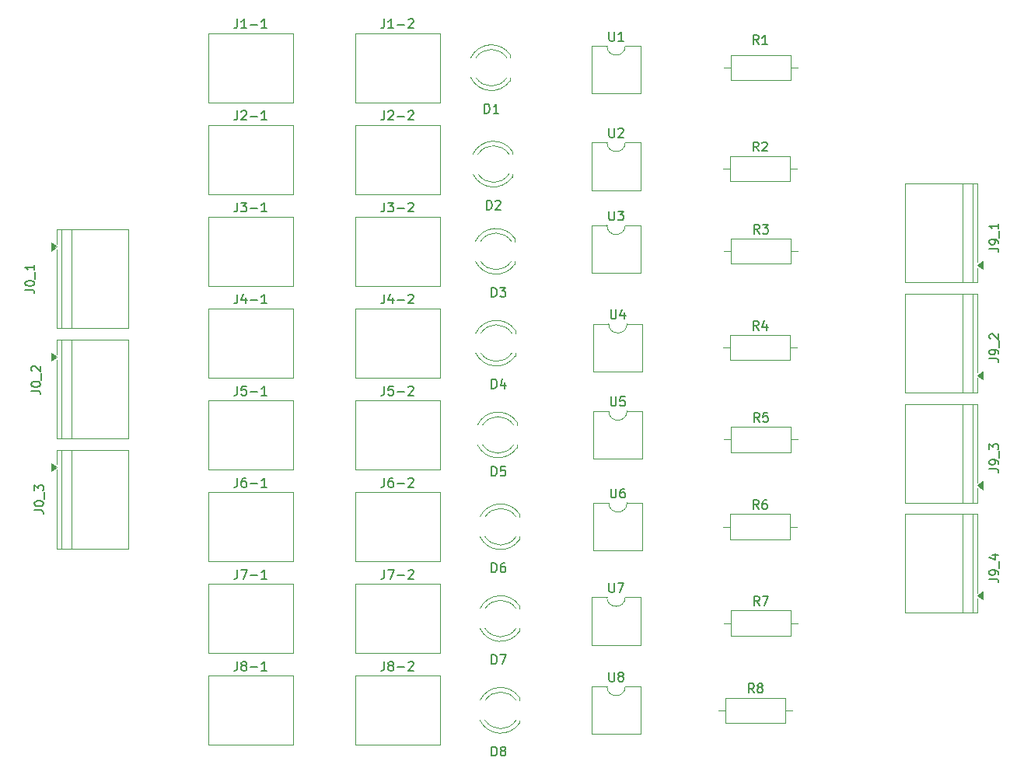
<source format=gbr>
%TF.GenerationSoftware,KiCad,Pcbnew,9.0.4-9.0.4-0~ubuntu24.04.1*%
%TF.CreationDate,2025-09-30T20:45:27-06:00*%
%TF.ProjectId,Interfaz_digital,496e7465-7266-4617-9a5f-646967697461,rev?*%
%TF.SameCoordinates,Original*%
%TF.FileFunction,Legend,Top*%
%TF.FilePolarity,Positive*%
%FSLAX46Y46*%
G04 Gerber Fmt 4.6, Leading zero omitted, Abs format (unit mm)*
G04 Created by KiCad (PCBNEW 9.0.4-9.0.4-0~ubuntu24.04.1) date 2025-09-30 20:45:27*
%MOMM*%
%LPD*%
G01*
G04 APERTURE LIST*
%ADD10C,0.150000*%
%ADD11C,0.120000*%
G04 APERTURE END LIST*
D10*
X170261905Y-119954819D02*
X170261905Y-118954819D01*
X170261905Y-118954819D02*
X170500000Y-118954819D01*
X170500000Y-118954819D02*
X170642857Y-119002438D01*
X170642857Y-119002438D02*
X170738095Y-119097676D01*
X170738095Y-119097676D02*
X170785714Y-119192914D01*
X170785714Y-119192914D02*
X170833333Y-119383390D01*
X170833333Y-119383390D02*
X170833333Y-119526247D01*
X170833333Y-119526247D02*
X170785714Y-119716723D01*
X170785714Y-119716723D02*
X170738095Y-119811961D01*
X170738095Y-119811961D02*
X170642857Y-119907200D01*
X170642857Y-119907200D02*
X170500000Y-119954819D01*
X170500000Y-119954819D02*
X170261905Y-119954819D01*
X171166667Y-118954819D02*
X171833333Y-118954819D01*
X171833333Y-118954819D02*
X171404762Y-119954819D01*
X183243095Y-81349819D02*
X183243095Y-82159342D01*
X183243095Y-82159342D02*
X183290714Y-82254580D01*
X183290714Y-82254580D02*
X183338333Y-82302200D01*
X183338333Y-82302200D02*
X183433571Y-82349819D01*
X183433571Y-82349819D02*
X183624047Y-82349819D01*
X183624047Y-82349819D02*
X183719285Y-82302200D01*
X183719285Y-82302200D02*
X183766904Y-82254580D01*
X183766904Y-82254580D02*
X183814523Y-82159342D01*
X183814523Y-82159342D02*
X183814523Y-81349819D01*
X184719285Y-81683152D02*
X184719285Y-82349819D01*
X184481190Y-81302200D02*
X184243095Y-82016485D01*
X184243095Y-82016485D02*
X184862142Y-82016485D01*
X183048095Y-51084819D02*
X183048095Y-51894342D01*
X183048095Y-51894342D02*
X183095714Y-51989580D01*
X183095714Y-51989580D02*
X183143333Y-52037200D01*
X183143333Y-52037200D02*
X183238571Y-52084819D01*
X183238571Y-52084819D02*
X183429047Y-52084819D01*
X183429047Y-52084819D02*
X183524285Y-52037200D01*
X183524285Y-52037200D02*
X183571904Y-51989580D01*
X183571904Y-51989580D02*
X183619523Y-51894342D01*
X183619523Y-51894342D02*
X183619523Y-51084819D01*
X184619523Y-52084819D02*
X184048095Y-52084819D01*
X184333809Y-52084819D02*
X184333809Y-51084819D01*
X184333809Y-51084819D02*
X184238571Y-51227676D01*
X184238571Y-51227676D02*
X184143333Y-51322914D01*
X184143333Y-51322914D02*
X184048095Y-51370533D01*
X169721905Y-70454819D02*
X169721905Y-69454819D01*
X169721905Y-69454819D02*
X169960000Y-69454819D01*
X169960000Y-69454819D02*
X170102857Y-69502438D01*
X170102857Y-69502438D02*
X170198095Y-69597676D01*
X170198095Y-69597676D02*
X170245714Y-69692914D01*
X170245714Y-69692914D02*
X170293333Y-69883390D01*
X170293333Y-69883390D02*
X170293333Y-70026247D01*
X170293333Y-70026247D02*
X170245714Y-70216723D01*
X170245714Y-70216723D02*
X170198095Y-70311961D01*
X170198095Y-70311961D02*
X170102857Y-70407200D01*
X170102857Y-70407200D02*
X169960000Y-70454819D01*
X169960000Y-70454819D02*
X169721905Y-70454819D01*
X170674286Y-69550057D02*
X170721905Y-69502438D01*
X170721905Y-69502438D02*
X170817143Y-69454819D01*
X170817143Y-69454819D02*
X171055238Y-69454819D01*
X171055238Y-69454819D02*
X171150476Y-69502438D01*
X171150476Y-69502438D02*
X171198095Y-69550057D01*
X171198095Y-69550057D02*
X171245714Y-69645295D01*
X171245714Y-69645295D02*
X171245714Y-69740533D01*
X171245714Y-69740533D02*
X171198095Y-69883390D01*
X171198095Y-69883390D02*
X170626667Y-70454819D01*
X170626667Y-70454819D02*
X171245714Y-70454819D01*
X199333333Y-103084819D02*
X199000000Y-102608628D01*
X198761905Y-103084819D02*
X198761905Y-102084819D01*
X198761905Y-102084819D02*
X199142857Y-102084819D01*
X199142857Y-102084819D02*
X199238095Y-102132438D01*
X199238095Y-102132438D02*
X199285714Y-102180057D01*
X199285714Y-102180057D02*
X199333333Y-102275295D01*
X199333333Y-102275295D02*
X199333333Y-102418152D01*
X199333333Y-102418152D02*
X199285714Y-102513390D01*
X199285714Y-102513390D02*
X199238095Y-102561009D01*
X199238095Y-102561009D02*
X199142857Y-102608628D01*
X199142857Y-102608628D02*
X198761905Y-102608628D01*
X200190476Y-102084819D02*
X200000000Y-102084819D01*
X200000000Y-102084819D02*
X199904762Y-102132438D01*
X199904762Y-102132438D02*
X199857143Y-102180057D01*
X199857143Y-102180057D02*
X199761905Y-102322914D01*
X199761905Y-102322914D02*
X199714286Y-102513390D01*
X199714286Y-102513390D02*
X199714286Y-102894342D01*
X199714286Y-102894342D02*
X199761905Y-102989580D01*
X199761905Y-102989580D02*
X199809524Y-103037200D01*
X199809524Y-103037200D02*
X199904762Y-103084819D01*
X199904762Y-103084819D02*
X200095238Y-103084819D01*
X200095238Y-103084819D02*
X200190476Y-103037200D01*
X200190476Y-103037200D02*
X200238095Y-102989580D01*
X200238095Y-102989580D02*
X200285714Y-102894342D01*
X200285714Y-102894342D02*
X200285714Y-102656247D01*
X200285714Y-102656247D02*
X200238095Y-102561009D01*
X200238095Y-102561009D02*
X200190476Y-102513390D01*
X200190476Y-102513390D02*
X200095238Y-102465771D01*
X200095238Y-102465771D02*
X199904762Y-102465771D01*
X199904762Y-102465771D02*
X199809524Y-102513390D01*
X199809524Y-102513390D02*
X199761905Y-102561009D01*
X199761905Y-102561009D02*
X199714286Y-102656247D01*
X142571428Y-59684819D02*
X142571428Y-60399104D01*
X142571428Y-60399104D02*
X142523809Y-60541961D01*
X142523809Y-60541961D02*
X142428571Y-60637200D01*
X142428571Y-60637200D02*
X142285714Y-60684819D01*
X142285714Y-60684819D02*
X142190476Y-60684819D01*
X143000000Y-59780057D02*
X143047619Y-59732438D01*
X143047619Y-59732438D02*
X143142857Y-59684819D01*
X143142857Y-59684819D02*
X143380952Y-59684819D01*
X143380952Y-59684819D02*
X143476190Y-59732438D01*
X143476190Y-59732438D02*
X143523809Y-59780057D01*
X143523809Y-59780057D02*
X143571428Y-59875295D01*
X143571428Y-59875295D02*
X143571428Y-59970533D01*
X143571428Y-59970533D02*
X143523809Y-60113390D01*
X143523809Y-60113390D02*
X142952381Y-60684819D01*
X142952381Y-60684819D02*
X143571428Y-60684819D01*
X144000000Y-60303866D02*
X144761905Y-60303866D01*
X145761904Y-60684819D02*
X145190476Y-60684819D01*
X145476190Y-60684819D02*
X145476190Y-59684819D01*
X145476190Y-59684819D02*
X145380952Y-59827676D01*
X145380952Y-59827676D02*
X145285714Y-59922914D01*
X145285714Y-59922914D02*
X145190476Y-59970533D01*
X142571428Y-99684819D02*
X142571428Y-100399104D01*
X142571428Y-100399104D02*
X142523809Y-100541961D01*
X142523809Y-100541961D02*
X142428571Y-100637200D01*
X142428571Y-100637200D02*
X142285714Y-100684819D01*
X142285714Y-100684819D02*
X142190476Y-100684819D01*
X143476190Y-99684819D02*
X143285714Y-99684819D01*
X143285714Y-99684819D02*
X143190476Y-99732438D01*
X143190476Y-99732438D02*
X143142857Y-99780057D01*
X143142857Y-99780057D02*
X143047619Y-99922914D01*
X143047619Y-99922914D02*
X143000000Y-100113390D01*
X143000000Y-100113390D02*
X143000000Y-100494342D01*
X143000000Y-100494342D02*
X143047619Y-100589580D01*
X143047619Y-100589580D02*
X143095238Y-100637200D01*
X143095238Y-100637200D02*
X143190476Y-100684819D01*
X143190476Y-100684819D02*
X143380952Y-100684819D01*
X143380952Y-100684819D02*
X143476190Y-100637200D01*
X143476190Y-100637200D02*
X143523809Y-100589580D01*
X143523809Y-100589580D02*
X143571428Y-100494342D01*
X143571428Y-100494342D02*
X143571428Y-100256247D01*
X143571428Y-100256247D02*
X143523809Y-100161009D01*
X143523809Y-100161009D02*
X143476190Y-100113390D01*
X143476190Y-100113390D02*
X143380952Y-100065771D01*
X143380952Y-100065771D02*
X143190476Y-100065771D01*
X143190476Y-100065771D02*
X143095238Y-100113390D01*
X143095238Y-100113390D02*
X143047619Y-100161009D01*
X143047619Y-100161009D02*
X143000000Y-100256247D01*
X144000000Y-100303866D02*
X144761905Y-100303866D01*
X145761904Y-100684819D02*
X145190476Y-100684819D01*
X145476190Y-100684819D02*
X145476190Y-99684819D01*
X145476190Y-99684819D02*
X145380952Y-99827676D01*
X145380952Y-99827676D02*
X145285714Y-99922914D01*
X145285714Y-99922914D02*
X145190476Y-99970533D01*
X199333333Y-52454819D02*
X199000000Y-51978628D01*
X198761905Y-52454819D02*
X198761905Y-51454819D01*
X198761905Y-51454819D02*
X199142857Y-51454819D01*
X199142857Y-51454819D02*
X199238095Y-51502438D01*
X199238095Y-51502438D02*
X199285714Y-51550057D01*
X199285714Y-51550057D02*
X199333333Y-51645295D01*
X199333333Y-51645295D02*
X199333333Y-51788152D01*
X199333333Y-51788152D02*
X199285714Y-51883390D01*
X199285714Y-51883390D02*
X199238095Y-51931009D01*
X199238095Y-51931009D02*
X199142857Y-51978628D01*
X199142857Y-51978628D02*
X198761905Y-51978628D01*
X200285714Y-52454819D02*
X199714286Y-52454819D01*
X200000000Y-52454819D02*
X200000000Y-51454819D01*
X200000000Y-51454819D02*
X199904762Y-51597676D01*
X199904762Y-51597676D02*
X199809524Y-51692914D01*
X199809524Y-51692914D02*
X199714286Y-51740533D01*
X224454819Y-86690476D02*
X225169104Y-86690476D01*
X225169104Y-86690476D02*
X225311961Y-86738095D01*
X225311961Y-86738095D02*
X225407200Y-86833333D01*
X225407200Y-86833333D02*
X225454819Y-86976190D01*
X225454819Y-86976190D02*
X225454819Y-87071428D01*
X225454819Y-86166666D02*
X225454819Y-85976190D01*
X225454819Y-85976190D02*
X225407200Y-85880952D01*
X225407200Y-85880952D02*
X225359580Y-85833333D01*
X225359580Y-85833333D02*
X225216723Y-85738095D01*
X225216723Y-85738095D02*
X225026247Y-85690476D01*
X225026247Y-85690476D02*
X224645295Y-85690476D01*
X224645295Y-85690476D02*
X224550057Y-85738095D01*
X224550057Y-85738095D02*
X224502438Y-85785714D01*
X224502438Y-85785714D02*
X224454819Y-85880952D01*
X224454819Y-85880952D02*
X224454819Y-86071428D01*
X224454819Y-86071428D02*
X224502438Y-86166666D01*
X224502438Y-86166666D02*
X224550057Y-86214285D01*
X224550057Y-86214285D02*
X224645295Y-86261904D01*
X224645295Y-86261904D02*
X224883390Y-86261904D01*
X224883390Y-86261904D02*
X224978628Y-86214285D01*
X224978628Y-86214285D02*
X225026247Y-86166666D01*
X225026247Y-86166666D02*
X225073866Y-86071428D01*
X225073866Y-86071428D02*
X225073866Y-85880952D01*
X225073866Y-85880952D02*
X225026247Y-85785714D01*
X225026247Y-85785714D02*
X224978628Y-85738095D01*
X224978628Y-85738095D02*
X224883390Y-85690476D01*
X225550057Y-85500000D02*
X225550057Y-84738095D01*
X224550057Y-84547618D02*
X224502438Y-84499999D01*
X224502438Y-84499999D02*
X224454819Y-84404761D01*
X224454819Y-84404761D02*
X224454819Y-84166666D01*
X224454819Y-84166666D02*
X224502438Y-84071428D01*
X224502438Y-84071428D02*
X224550057Y-84023809D01*
X224550057Y-84023809D02*
X224645295Y-83976190D01*
X224645295Y-83976190D02*
X224740533Y-83976190D01*
X224740533Y-83976190D02*
X224883390Y-84023809D01*
X224883390Y-84023809D02*
X225454819Y-84595237D01*
X225454819Y-84595237D02*
X225454819Y-83976190D01*
X142571428Y-109684819D02*
X142571428Y-110399104D01*
X142571428Y-110399104D02*
X142523809Y-110541961D01*
X142523809Y-110541961D02*
X142428571Y-110637200D01*
X142428571Y-110637200D02*
X142285714Y-110684819D01*
X142285714Y-110684819D02*
X142190476Y-110684819D01*
X142952381Y-109684819D02*
X143619047Y-109684819D01*
X143619047Y-109684819D02*
X143190476Y-110684819D01*
X144000000Y-110303866D02*
X144761905Y-110303866D01*
X145761904Y-110684819D02*
X145190476Y-110684819D01*
X145476190Y-110684819D02*
X145476190Y-109684819D01*
X145476190Y-109684819D02*
X145380952Y-109827676D01*
X145380952Y-109827676D02*
X145285714Y-109922914D01*
X145285714Y-109922914D02*
X145190476Y-109970533D01*
X170261905Y-99454819D02*
X170261905Y-98454819D01*
X170261905Y-98454819D02*
X170500000Y-98454819D01*
X170500000Y-98454819D02*
X170642857Y-98502438D01*
X170642857Y-98502438D02*
X170738095Y-98597676D01*
X170738095Y-98597676D02*
X170785714Y-98692914D01*
X170785714Y-98692914D02*
X170833333Y-98883390D01*
X170833333Y-98883390D02*
X170833333Y-99026247D01*
X170833333Y-99026247D02*
X170785714Y-99216723D01*
X170785714Y-99216723D02*
X170738095Y-99311961D01*
X170738095Y-99311961D02*
X170642857Y-99407200D01*
X170642857Y-99407200D02*
X170500000Y-99454819D01*
X170500000Y-99454819D02*
X170261905Y-99454819D01*
X171738095Y-98454819D02*
X171261905Y-98454819D01*
X171261905Y-98454819D02*
X171214286Y-98931009D01*
X171214286Y-98931009D02*
X171261905Y-98883390D01*
X171261905Y-98883390D02*
X171357143Y-98835771D01*
X171357143Y-98835771D02*
X171595238Y-98835771D01*
X171595238Y-98835771D02*
X171690476Y-98883390D01*
X171690476Y-98883390D02*
X171738095Y-98931009D01*
X171738095Y-98931009D02*
X171785714Y-99026247D01*
X171785714Y-99026247D02*
X171785714Y-99264342D01*
X171785714Y-99264342D02*
X171738095Y-99359580D01*
X171738095Y-99359580D02*
X171690476Y-99407200D01*
X171690476Y-99407200D02*
X171595238Y-99454819D01*
X171595238Y-99454819D02*
X171357143Y-99454819D01*
X171357143Y-99454819D02*
X171261905Y-99407200D01*
X171261905Y-99407200D02*
X171214286Y-99359580D01*
X224454819Y-110690476D02*
X225169104Y-110690476D01*
X225169104Y-110690476D02*
X225311961Y-110738095D01*
X225311961Y-110738095D02*
X225407200Y-110833333D01*
X225407200Y-110833333D02*
X225454819Y-110976190D01*
X225454819Y-110976190D02*
X225454819Y-111071428D01*
X225454819Y-110166666D02*
X225454819Y-109976190D01*
X225454819Y-109976190D02*
X225407200Y-109880952D01*
X225407200Y-109880952D02*
X225359580Y-109833333D01*
X225359580Y-109833333D02*
X225216723Y-109738095D01*
X225216723Y-109738095D02*
X225026247Y-109690476D01*
X225026247Y-109690476D02*
X224645295Y-109690476D01*
X224645295Y-109690476D02*
X224550057Y-109738095D01*
X224550057Y-109738095D02*
X224502438Y-109785714D01*
X224502438Y-109785714D02*
X224454819Y-109880952D01*
X224454819Y-109880952D02*
X224454819Y-110071428D01*
X224454819Y-110071428D02*
X224502438Y-110166666D01*
X224502438Y-110166666D02*
X224550057Y-110214285D01*
X224550057Y-110214285D02*
X224645295Y-110261904D01*
X224645295Y-110261904D02*
X224883390Y-110261904D01*
X224883390Y-110261904D02*
X224978628Y-110214285D01*
X224978628Y-110214285D02*
X225026247Y-110166666D01*
X225026247Y-110166666D02*
X225073866Y-110071428D01*
X225073866Y-110071428D02*
X225073866Y-109880952D01*
X225073866Y-109880952D02*
X225026247Y-109785714D01*
X225026247Y-109785714D02*
X224978628Y-109738095D01*
X224978628Y-109738095D02*
X224883390Y-109690476D01*
X225550057Y-109500000D02*
X225550057Y-108738095D01*
X224788152Y-108071428D02*
X225454819Y-108071428D01*
X224407200Y-108309523D02*
X225121485Y-108547618D01*
X225121485Y-108547618D02*
X225121485Y-107928571D01*
X142571428Y-119684819D02*
X142571428Y-120399104D01*
X142571428Y-120399104D02*
X142523809Y-120541961D01*
X142523809Y-120541961D02*
X142428571Y-120637200D01*
X142428571Y-120637200D02*
X142285714Y-120684819D01*
X142285714Y-120684819D02*
X142190476Y-120684819D01*
X143190476Y-120113390D02*
X143095238Y-120065771D01*
X143095238Y-120065771D02*
X143047619Y-120018152D01*
X143047619Y-120018152D02*
X143000000Y-119922914D01*
X143000000Y-119922914D02*
X143000000Y-119875295D01*
X143000000Y-119875295D02*
X143047619Y-119780057D01*
X143047619Y-119780057D02*
X143095238Y-119732438D01*
X143095238Y-119732438D02*
X143190476Y-119684819D01*
X143190476Y-119684819D02*
X143380952Y-119684819D01*
X143380952Y-119684819D02*
X143476190Y-119732438D01*
X143476190Y-119732438D02*
X143523809Y-119780057D01*
X143523809Y-119780057D02*
X143571428Y-119875295D01*
X143571428Y-119875295D02*
X143571428Y-119922914D01*
X143571428Y-119922914D02*
X143523809Y-120018152D01*
X143523809Y-120018152D02*
X143476190Y-120065771D01*
X143476190Y-120065771D02*
X143380952Y-120113390D01*
X143380952Y-120113390D02*
X143190476Y-120113390D01*
X143190476Y-120113390D02*
X143095238Y-120161009D01*
X143095238Y-120161009D02*
X143047619Y-120208628D01*
X143047619Y-120208628D02*
X143000000Y-120303866D01*
X143000000Y-120303866D02*
X143000000Y-120494342D01*
X143000000Y-120494342D02*
X143047619Y-120589580D01*
X143047619Y-120589580D02*
X143095238Y-120637200D01*
X143095238Y-120637200D02*
X143190476Y-120684819D01*
X143190476Y-120684819D02*
X143380952Y-120684819D01*
X143380952Y-120684819D02*
X143476190Y-120637200D01*
X143476190Y-120637200D02*
X143523809Y-120589580D01*
X143523809Y-120589580D02*
X143571428Y-120494342D01*
X143571428Y-120494342D02*
X143571428Y-120303866D01*
X143571428Y-120303866D02*
X143523809Y-120208628D01*
X143523809Y-120208628D02*
X143476190Y-120161009D01*
X143476190Y-120161009D02*
X143380952Y-120113390D01*
X144000000Y-120303866D02*
X144761905Y-120303866D01*
X145761904Y-120684819D02*
X145190476Y-120684819D01*
X145476190Y-120684819D02*
X145476190Y-119684819D01*
X145476190Y-119684819D02*
X145380952Y-119827676D01*
X145380952Y-119827676D02*
X145285714Y-119922914D01*
X145285714Y-119922914D02*
X145190476Y-119970533D01*
X199413333Y-73084819D02*
X199080000Y-72608628D01*
X198841905Y-73084819D02*
X198841905Y-72084819D01*
X198841905Y-72084819D02*
X199222857Y-72084819D01*
X199222857Y-72084819D02*
X199318095Y-72132438D01*
X199318095Y-72132438D02*
X199365714Y-72180057D01*
X199365714Y-72180057D02*
X199413333Y-72275295D01*
X199413333Y-72275295D02*
X199413333Y-72418152D01*
X199413333Y-72418152D02*
X199365714Y-72513390D01*
X199365714Y-72513390D02*
X199318095Y-72561009D01*
X199318095Y-72561009D02*
X199222857Y-72608628D01*
X199222857Y-72608628D02*
X198841905Y-72608628D01*
X199746667Y-72084819D02*
X200365714Y-72084819D01*
X200365714Y-72084819D02*
X200032381Y-72465771D01*
X200032381Y-72465771D02*
X200175238Y-72465771D01*
X200175238Y-72465771D02*
X200270476Y-72513390D01*
X200270476Y-72513390D02*
X200318095Y-72561009D01*
X200318095Y-72561009D02*
X200365714Y-72656247D01*
X200365714Y-72656247D02*
X200365714Y-72894342D01*
X200365714Y-72894342D02*
X200318095Y-72989580D01*
X200318095Y-72989580D02*
X200270476Y-73037200D01*
X200270476Y-73037200D02*
X200175238Y-73084819D01*
X200175238Y-73084819D02*
X199889524Y-73084819D01*
X199889524Y-73084819D02*
X199794286Y-73037200D01*
X199794286Y-73037200D02*
X199746667Y-72989580D01*
X199413333Y-113584819D02*
X199080000Y-113108628D01*
X198841905Y-113584819D02*
X198841905Y-112584819D01*
X198841905Y-112584819D02*
X199222857Y-112584819D01*
X199222857Y-112584819D02*
X199318095Y-112632438D01*
X199318095Y-112632438D02*
X199365714Y-112680057D01*
X199365714Y-112680057D02*
X199413333Y-112775295D01*
X199413333Y-112775295D02*
X199413333Y-112918152D01*
X199413333Y-112918152D02*
X199365714Y-113013390D01*
X199365714Y-113013390D02*
X199318095Y-113061009D01*
X199318095Y-113061009D02*
X199222857Y-113108628D01*
X199222857Y-113108628D02*
X198841905Y-113108628D01*
X199746667Y-112584819D02*
X200413333Y-112584819D01*
X200413333Y-112584819D02*
X199984762Y-113584819D01*
X199333333Y-64084819D02*
X199000000Y-63608628D01*
X198761905Y-64084819D02*
X198761905Y-63084819D01*
X198761905Y-63084819D02*
X199142857Y-63084819D01*
X199142857Y-63084819D02*
X199238095Y-63132438D01*
X199238095Y-63132438D02*
X199285714Y-63180057D01*
X199285714Y-63180057D02*
X199333333Y-63275295D01*
X199333333Y-63275295D02*
X199333333Y-63418152D01*
X199333333Y-63418152D02*
X199285714Y-63513390D01*
X199285714Y-63513390D02*
X199238095Y-63561009D01*
X199238095Y-63561009D02*
X199142857Y-63608628D01*
X199142857Y-63608628D02*
X198761905Y-63608628D01*
X199714286Y-63180057D02*
X199761905Y-63132438D01*
X199761905Y-63132438D02*
X199857143Y-63084819D01*
X199857143Y-63084819D02*
X200095238Y-63084819D01*
X200095238Y-63084819D02*
X200190476Y-63132438D01*
X200190476Y-63132438D02*
X200238095Y-63180057D01*
X200238095Y-63180057D02*
X200285714Y-63275295D01*
X200285714Y-63275295D02*
X200285714Y-63370533D01*
X200285714Y-63370533D02*
X200238095Y-63513390D01*
X200238095Y-63513390D02*
X199666667Y-64084819D01*
X199666667Y-64084819D02*
X200285714Y-64084819D01*
X224454819Y-74690476D02*
X225169104Y-74690476D01*
X225169104Y-74690476D02*
X225311961Y-74738095D01*
X225311961Y-74738095D02*
X225407200Y-74833333D01*
X225407200Y-74833333D02*
X225454819Y-74976190D01*
X225454819Y-74976190D02*
X225454819Y-75071428D01*
X225454819Y-74166666D02*
X225454819Y-73976190D01*
X225454819Y-73976190D02*
X225407200Y-73880952D01*
X225407200Y-73880952D02*
X225359580Y-73833333D01*
X225359580Y-73833333D02*
X225216723Y-73738095D01*
X225216723Y-73738095D02*
X225026247Y-73690476D01*
X225026247Y-73690476D02*
X224645295Y-73690476D01*
X224645295Y-73690476D02*
X224550057Y-73738095D01*
X224550057Y-73738095D02*
X224502438Y-73785714D01*
X224502438Y-73785714D02*
X224454819Y-73880952D01*
X224454819Y-73880952D02*
X224454819Y-74071428D01*
X224454819Y-74071428D02*
X224502438Y-74166666D01*
X224502438Y-74166666D02*
X224550057Y-74214285D01*
X224550057Y-74214285D02*
X224645295Y-74261904D01*
X224645295Y-74261904D02*
X224883390Y-74261904D01*
X224883390Y-74261904D02*
X224978628Y-74214285D01*
X224978628Y-74214285D02*
X225026247Y-74166666D01*
X225026247Y-74166666D02*
X225073866Y-74071428D01*
X225073866Y-74071428D02*
X225073866Y-73880952D01*
X225073866Y-73880952D02*
X225026247Y-73785714D01*
X225026247Y-73785714D02*
X224978628Y-73738095D01*
X224978628Y-73738095D02*
X224883390Y-73690476D01*
X225550057Y-73500000D02*
X225550057Y-72738095D01*
X225454819Y-71976190D02*
X225454819Y-72547618D01*
X225454819Y-72261904D02*
X224454819Y-72261904D01*
X224454819Y-72261904D02*
X224597676Y-72357142D01*
X224597676Y-72357142D02*
X224692914Y-72452380D01*
X224692914Y-72452380D02*
X224740533Y-72547618D01*
X120454819Y-103190476D02*
X121169104Y-103190476D01*
X121169104Y-103190476D02*
X121311961Y-103238095D01*
X121311961Y-103238095D02*
X121407200Y-103333333D01*
X121407200Y-103333333D02*
X121454819Y-103476190D01*
X121454819Y-103476190D02*
X121454819Y-103571428D01*
X120454819Y-102523809D02*
X120454819Y-102428571D01*
X120454819Y-102428571D02*
X120502438Y-102333333D01*
X120502438Y-102333333D02*
X120550057Y-102285714D01*
X120550057Y-102285714D02*
X120645295Y-102238095D01*
X120645295Y-102238095D02*
X120835771Y-102190476D01*
X120835771Y-102190476D02*
X121073866Y-102190476D01*
X121073866Y-102190476D02*
X121264342Y-102238095D01*
X121264342Y-102238095D02*
X121359580Y-102285714D01*
X121359580Y-102285714D02*
X121407200Y-102333333D01*
X121407200Y-102333333D02*
X121454819Y-102428571D01*
X121454819Y-102428571D02*
X121454819Y-102523809D01*
X121454819Y-102523809D02*
X121407200Y-102619047D01*
X121407200Y-102619047D02*
X121359580Y-102666666D01*
X121359580Y-102666666D02*
X121264342Y-102714285D01*
X121264342Y-102714285D02*
X121073866Y-102761904D01*
X121073866Y-102761904D02*
X120835771Y-102761904D01*
X120835771Y-102761904D02*
X120645295Y-102714285D01*
X120645295Y-102714285D02*
X120550057Y-102666666D01*
X120550057Y-102666666D02*
X120502438Y-102619047D01*
X120502438Y-102619047D02*
X120454819Y-102523809D01*
X121550057Y-102000000D02*
X121550057Y-101238095D01*
X120454819Y-101095237D02*
X120454819Y-100476190D01*
X120454819Y-100476190D02*
X120835771Y-100809523D01*
X120835771Y-100809523D02*
X120835771Y-100666666D01*
X120835771Y-100666666D02*
X120883390Y-100571428D01*
X120883390Y-100571428D02*
X120931009Y-100523809D01*
X120931009Y-100523809D02*
X121026247Y-100476190D01*
X121026247Y-100476190D02*
X121264342Y-100476190D01*
X121264342Y-100476190D02*
X121359580Y-100523809D01*
X121359580Y-100523809D02*
X121407200Y-100571428D01*
X121407200Y-100571428D02*
X121454819Y-100666666D01*
X121454819Y-100666666D02*
X121454819Y-100952380D01*
X121454819Y-100952380D02*
X121407200Y-101047618D01*
X121407200Y-101047618D02*
X121359580Y-101095237D01*
X158571428Y-79684819D02*
X158571428Y-80399104D01*
X158571428Y-80399104D02*
X158523809Y-80541961D01*
X158523809Y-80541961D02*
X158428571Y-80637200D01*
X158428571Y-80637200D02*
X158285714Y-80684819D01*
X158285714Y-80684819D02*
X158190476Y-80684819D01*
X159476190Y-80018152D02*
X159476190Y-80684819D01*
X159238095Y-79637200D02*
X159000000Y-80351485D01*
X159000000Y-80351485D02*
X159619047Y-80351485D01*
X160000000Y-80303866D02*
X160761905Y-80303866D01*
X161190476Y-79780057D02*
X161238095Y-79732438D01*
X161238095Y-79732438D02*
X161333333Y-79684819D01*
X161333333Y-79684819D02*
X161571428Y-79684819D01*
X161571428Y-79684819D02*
X161666666Y-79732438D01*
X161666666Y-79732438D02*
X161714285Y-79780057D01*
X161714285Y-79780057D02*
X161761904Y-79875295D01*
X161761904Y-79875295D02*
X161761904Y-79970533D01*
X161761904Y-79970533D02*
X161714285Y-80113390D01*
X161714285Y-80113390D02*
X161142857Y-80684819D01*
X161142857Y-80684819D02*
X161761904Y-80684819D01*
X199413333Y-93584819D02*
X199080000Y-93108628D01*
X198841905Y-93584819D02*
X198841905Y-92584819D01*
X198841905Y-92584819D02*
X199222857Y-92584819D01*
X199222857Y-92584819D02*
X199318095Y-92632438D01*
X199318095Y-92632438D02*
X199365714Y-92680057D01*
X199365714Y-92680057D02*
X199413333Y-92775295D01*
X199413333Y-92775295D02*
X199413333Y-92918152D01*
X199413333Y-92918152D02*
X199365714Y-93013390D01*
X199365714Y-93013390D02*
X199318095Y-93061009D01*
X199318095Y-93061009D02*
X199222857Y-93108628D01*
X199222857Y-93108628D02*
X198841905Y-93108628D01*
X200318095Y-92584819D02*
X199841905Y-92584819D01*
X199841905Y-92584819D02*
X199794286Y-93061009D01*
X199794286Y-93061009D02*
X199841905Y-93013390D01*
X199841905Y-93013390D02*
X199937143Y-92965771D01*
X199937143Y-92965771D02*
X200175238Y-92965771D01*
X200175238Y-92965771D02*
X200270476Y-93013390D01*
X200270476Y-93013390D02*
X200318095Y-93061009D01*
X200318095Y-93061009D02*
X200365714Y-93156247D01*
X200365714Y-93156247D02*
X200365714Y-93394342D01*
X200365714Y-93394342D02*
X200318095Y-93489580D01*
X200318095Y-93489580D02*
X200270476Y-93537200D01*
X200270476Y-93537200D02*
X200175238Y-93584819D01*
X200175238Y-93584819D02*
X199937143Y-93584819D01*
X199937143Y-93584819D02*
X199841905Y-93537200D01*
X199841905Y-93537200D02*
X199794286Y-93489580D01*
X199333333Y-83584819D02*
X199000000Y-83108628D01*
X198761905Y-83584819D02*
X198761905Y-82584819D01*
X198761905Y-82584819D02*
X199142857Y-82584819D01*
X199142857Y-82584819D02*
X199238095Y-82632438D01*
X199238095Y-82632438D02*
X199285714Y-82680057D01*
X199285714Y-82680057D02*
X199333333Y-82775295D01*
X199333333Y-82775295D02*
X199333333Y-82918152D01*
X199333333Y-82918152D02*
X199285714Y-83013390D01*
X199285714Y-83013390D02*
X199238095Y-83061009D01*
X199238095Y-83061009D02*
X199142857Y-83108628D01*
X199142857Y-83108628D02*
X198761905Y-83108628D01*
X200190476Y-82918152D02*
X200190476Y-83584819D01*
X199952381Y-82537200D02*
X199714286Y-83251485D01*
X199714286Y-83251485D02*
X200333333Y-83251485D01*
X198833333Y-123084819D02*
X198500000Y-122608628D01*
X198261905Y-123084819D02*
X198261905Y-122084819D01*
X198261905Y-122084819D02*
X198642857Y-122084819D01*
X198642857Y-122084819D02*
X198738095Y-122132438D01*
X198738095Y-122132438D02*
X198785714Y-122180057D01*
X198785714Y-122180057D02*
X198833333Y-122275295D01*
X198833333Y-122275295D02*
X198833333Y-122418152D01*
X198833333Y-122418152D02*
X198785714Y-122513390D01*
X198785714Y-122513390D02*
X198738095Y-122561009D01*
X198738095Y-122561009D02*
X198642857Y-122608628D01*
X198642857Y-122608628D02*
X198261905Y-122608628D01*
X199404762Y-122513390D02*
X199309524Y-122465771D01*
X199309524Y-122465771D02*
X199261905Y-122418152D01*
X199261905Y-122418152D02*
X199214286Y-122322914D01*
X199214286Y-122322914D02*
X199214286Y-122275295D01*
X199214286Y-122275295D02*
X199261905Y-122180057D01*
X199261905Y-122180057D02*
X199309524Y-122132438D01*
X199309524Y-122132438D02*
X199404762Y-122084819D01*
X199404762Y-122084819D02*
X199595238Y-122084819D01*
X199595238Y-122084819D02*
X199690476Y-122132438D01*
X199690476Y-122132438D02*
X199738095Y-122180057D01*
X199738095Y-122180057D02*
X199785714Y-122275295D01*
X199785714Y-122275295D02*
X199785714Y-122322914D01*
X199785714Y-122322914D02*
X199738095Y-122418152D01*
X199738095Y-122418152D02*
X199690476Y-122465771D01*
X199690476Y-122465771D02*
X199595238Y-122513390D01*
X199595238Y-122513390D02*
X199404762Y-122513390D01*
X199404762Y-122513390D02*
X199309524Y-122561009D01*
X199309524Y-122561009D02*
X199261905Y-122608628D01*
X199261905Y-122608628D02*
X199214286Y-122703866D01*
X199214286Y-122703866D02*
X199214286Y-122894342D01*
X199214286Y-122894342D02*
X199261905Y-122989580D01*
X199261905Y-122989580D02*
X199309524Y-123037200D01*
X199309524Y-123037200D02*
X199404762Y-123084819D01*
X199404762Y-123084819D02*
X199595238Y-123084819D01*
X199595238Y-123084819D02*
X199690476Y-123037200D01*
X199690476Y-123037200D02*
X199738095Y-122989580D01*
X199738095Y-122989580D02*
X199785714Y-122894342D01*
X199785714Y-122894342D02*
X199785714Y-122703866D01*
X199785714Y-122703866D02*
X199738095Y-122608628D01*
X199738095Y-122608628D02*
X199690476Y-122561009D01*
X199690476Y-122561009D02*
X199595238Y-122513390D01*
X119454819Y-79190476D02*
X120169104Y-79190476D01*
X120169104Y-79190476D02*
X120311961Y-79238095D01*
X120311961Y-79238095D02*
X120407200Y-79333333D01*
X120407200Y-79333333D02*
X120454819Y-79476190D01*
X120454819Y-79476190D02*
X120454819Y-79571428D01*
X119454819Y-78523809D02*
X119454819Y-78428571D01*
X119454819Y-78428571D02*
X119502438Y-78333333D01*
X119502438Y-78333333D02*
X119550057Y-78285714D01*
X119550057Y-78285714D02*
X119645295Y-78238095D01*
X119645295Y-78238095D02*
X119835771Y-78190476D01*
X119835771Y-78190476D02*
X120073866Y-78190476D01*
X120073866Y-78190476D02*
X120264342Y-78238095D01*
X120264342Y-78238095D02*
X120359580Y-78285714D01*
X120359580Y-78285714D02*
X120407200Y-78333333D01*
X120407200Y-78333333D02*
X120454819Y-78428571D01*
X120454819Y-78428571D02*
X120454819Y-78523809D01*
X120454819Y-78523809D02*
X120407200Y-78619047D01*
X120407200Y-78619047D02*
X120359580Y-78666666D01*
X120359580Y-78666666D02*
X120264342Y-78714285D01*
X120264342Y-78714285D02*
X120073866Y-78761904D01*
X120073866Y-78761904D02*
X119835771Y-78761904D01*
X119835771Y-78761904D02*
X119645295Y-78714285D01*
X119645295Y-78714285D02*
X119550057Y-78666666D01*
X119550057Y-78666666D02*
X119502438Y-78619047D01*
X119502438Y-78619047D02*
X119454819Y-78523809D01*
X120550057Y-78000000D02*
X120550057Y-77238095D01*
X120454819Y-76476190D02*
X120454819Y-77047618D01*
X120454819Y-76761904D02*
X119454819Y-76761904D01*
X119454819Y-76761904D02*
X119597676Y-76857142D01*
X119597676Y-76857142D02*
X119692914Y-76952380D01*
X119692914Y-76952380D02*
X119740533Y-77047618D01*
X183048095Y-61584819D02*
X183048095Y-62394342D01*
X183048095Y-62394342D02*
X183095714Y-62489580D01*
X183095714Y-62489580D02*
X183143333Y-62537200D01*
X183143333Y-62537200D02*
X183238571Y-62584819D01*
X183238571Y-62584819D02*
X183429047Y-62584819D01*
X183429047Y-62584819D02*
X183524285Y-62537200D01*
X183524285Y-62537200D02*
X183571904Y-62489580D01*
X183571904Y-62489580D02*
X183619523Y-62394342D01*
X183619523Y-62394342D02*
X183619523Y-61584819D01*
X184048095Y-61680057D02*
X184095714Y-61632438D01*
X184095714Y-61632438D02*
X184190952Y-61584819D01*
X184190952Y-61584819D02*
X184429047Y-61584819D01*
X184429047Y-61584819D02*
X184524285Y-61632438D01*
X184524285Y-61632438D02*
X184571904Y-61680057D01*
X184571904Y-61680057D02*
X184619523Y-61775295D01*
X184619523Y-61775295D02*
X184619523Y-61870533D01*
X184619523Y-61870533D02*
X184571904Y-62013390D01*
X184571904Y-62013390D02*
X184000476Y-62584819D01*
X184000476Y-62584819D02*
X184619523Y-62584819D01*
X158571428Y-59684819D02*
X158571428Y-60399104D01*
X158571428Y-60399104D02*
X158523809Y-60541961D01*
X158523809Y-60541961D02*
X158428571Y-60637200D01*
X158428571Y-60637200D02*
X158285714Y-60684819D01*
X158285714Y-60684819D02*
X158190476Y-60684819D01*
X159000000Y-59780057D02*
X159047619Y-59732438D01*
X159047619Y-59732438D02*
X159142857Y-59684819D01*
X159142857Y-59684819D02*
X159380952Y-59684819D01*
X159380952Y-59684819D02*
X159476190Y-59732438D01*
X159476190Y-59732438D02*
X159523809Y-59780057D01*
X159523809Y-59780057D02*
X159571428Y-59875295D01*
X159571428Y-59875295D02*
X159571428Y-59970533D01*
X159571428Y-59970533D02*
X159523809Y-60113390D01*
X159523809Y-60113390D02*
X158952381Y-60684819D01*
X158952381Y-60684819D02*
X159571428Y-60684819D01*
X160000000Y-60303866D02*
X160761905Y-60303866D01*
X161190476Y-59780057D02*
X161238095Y-59732438D01*
X161238095Y-59732438D02*
X161333333Y-59684819D01*
X161333333Y-59684819D02*
X161571428Y-59684819D01*
X161571428Y-59684819D02*
X161666666Y-59732438D01*
X161666666Y-59732438D02*
X161714285Y-59780057D01*
X161714285Y-59780057D02*
X161761904Y-59875295D01*
X161761904Y-59875295D02*
X161761904Y-59970533D01*
X161761904Y-59970533D02*
X161714285Y-60113390D01*
X161714285Y-60113390D02*
X161142857Y-60684819D01*
X161142857Y-60684819D02*
X161761904Y-60684819D01*
X170261905Y-79954819D02*
X170261905Y-78954819D01*
X170261905Y-78954819D02*
X170500000Y-78954819D01*
X170500000Y-78954819D02*
X170642857Y-79002438D01*
X170642857Y-79002438D02*
X170738095Y-79097676D01*
X170738095Y-79097676D02*
X170785714Y-79192914D01*
X170785714Y-79192914D02*
X170833333Y-79383390D01*
X170833333Y-79383390D02*
X170833333Y-79526247D01*
X170833333Y-79526247D02*
X170785714Y-79716723D01*
X170785714Y-79716723D02*
X170738095Y-79811961D01*
X170738095Y-79811961D02*
X170642857Y-79907200D01*
X170642857Y-79907200D02*
X170500000Y-79954819D01*
X170500000Y-79954819D02*
X170261905Y-79954819D01*
X171166667Y-78954819D02*
X171785714Y-78954819D01*
X171785714Y-78954819D02*
X171452381Y-79335771D01*
X171452381Y-79335771D02*
X171595238Y-79335771D01*
X171595238Y-79335771D02*
X171690476Y-79383390D01*
X171690476Y-79383390D02*
X171738095Y-79431009D01*
X171738095Y-79431009D02*
X171785714Y-79526247D01*
X171785714Y-79526247D02*
X171785714Y-79764342D01*
X171785714Y-79764342D02*
X171738095Y-79859580D01*
X171738095Y-79859580D02*
X171690476Y-79907200D01*
X171690476Y-79907200D02*
X171595238Y-79954819D01*
X171595238Y-79954819D02*
X171309524Y-79954819D01*
X171309524Y-79954819D02*
X171214286Y-79907200D01*
X171214286Y-79907200D02*
X171166667Y-79859580D01*
X158571428Y-99684819D02*
X158571428Y-100399104D01*
X158571428Y-100399104D02*
X158523809Y-100541961D01*
X158523809Y-100541961D02*
X158428571Y-100637200D01*
X158428571Y-100637200D02*
X158285714Y-100684819D01*
X158285714Y-100684819D02*
X158190476Y-100684819D01*
X159476190Y-99684819D02*
X159285714Y-99684819D01*
X159285714Y-99684819D02*
X159190476Y-99732438D01*
X159190476Y-99732438D02*
X159142857Y-99780057D01*
X159142857Y-99780057D02*
X159047619Y-99922914D01*
X159047619Y-99922914D02*
X159000000Y-100113390D01*
X159000000Y-100113390D02*
X159000000Y-100494342D01*
X159000000Y-100494342D02*
X159047619Y-100589580D01*
X159047619Y-100589580D02*
X159095238Y-100637200D01*
X159095238Y-100637200D02*
X159190476Y-100684819D01*
X159190476Y-100684819D02*
X159380952Y-100684819D01*
X159380952Y-100684819D02*
X159476190Y-100637200D01*
X159476190Y-100637200D02*
X159523809Y-100589580D01*
X159523809Y-100589580D02*
X159571428Y-100494342D01*
X159571428Y-100494342D02*
X159571428Y-100256247D01*
X159571428Y-100256247D02*
X159523809Y-100161009D01*
X159523809Y-100161009D02*
X159476190Y-100113390D01*
X159476190Y-100113390D02*
X159380952Y-100065771D01*
X159380952Y-100065771D02*
X159190476Y-100065771D01*
X159190476Y-100065771D02*
X159095238Y-100113390D01*
X159095238Y-100113390D02*
X159047619Y-100161009D01*
X159047619Y-100161009D02*
X159000000Y-100256247D01*
X160000000Y-100303866D02*
X160761905Y-100303866D01*
X161190476Y-99780057D02*
X161238095Y-99732438D01*
X161238095Y-99732438D02*
X161333333Y-99684819D01*
X161333333Y-99684819D02*
X161571428Y-99684819D01*
X161571428Y-99684819D02*
X161666666Y-99732438D01*
X161666666Y-99732438D02*
X161714285Y-99780057D01*
X161714285Y-99780057D02*
X161761904Y-99875295D01*
X161761904Y-99875295D02*
X161761904Y-99970533D01*
X161761904Y-99970533D02*
X161714285Y-100113390D01*
X161714285Y-100113390D02*
X161142857Y-100684819D01*
X161142857Y-100684819D02*
X161761904Y-100684819D01*
X183243095Y-90849819D02*
X183243095Y-91659342D01*
X183243095Y-91659342D02*
X183290714Y-91754580D01*
X183290714Y-91754580D02*
X183338333Y-91802200D01*
X183338333Y-91802200D02*
X183433571Y-91849819D01*
X183433571Y-91849819D02*
X183624047Y-91849819D01*
X183624047Y-91849819D02*
X183719285Y-91802200D01*
X183719285Y-91802200D02*
X183766904Y-91754580D01*
X183766904Y-91754580D02*
X183814523Y-91659342D01*
X183814523Y-91659342D02*
X183814523Y-90849819D01*
X184766904Y-90849819D02*
X184290714Y-90849819D01*
X184290714Y-90849819D02*
X184243095Y-91326009D01*
X184243095Y-91326009D02*
X184290714Y-91278390D01*
X184290714Y-91278390D02*
X184385952Y-91230771D01*
X184385952Y-91230771D02*
X184624047Y-91230771D01*
X184624047Y-91230771D02*
X184719285Y-91278390D01*
X184719285Y-91278390D02*
X184766904Y-91326009D01*
X184766904Y-91326009D02*
X184814523Y-91421247D01*
X184814523Y-91421247D02*
X184814523Y-91659342D01*
X184814523Y-91659342D02*
X184766904Y-91754580D01*
X184766904Y-91754580D02*
X184719285Y-91802200D01*
X184719285Y-91802200D02*
X184624047Y-91849819D01*
X184624047Y-91849819D02*
X184385952Y-91849819D01*
X184385952Y-91849819D02*
X184290714Y-91802200D01*
X184290714Y-91802200D02*
X184243095Y-91754580D01*
X183048095Y-120849819D02*
X183048095Y-121659342D01*
X183048095Y-121659342D02*
X183095714Y-121754580D01*
X183095714Y-121754580D02*
X183143333Y-121802200D01*
X183143333Y-121802200D02*
X183238571Y-121849819D01*
X183238571Y-121849819D02*
X183429047Y-121849819D01*
X183429047Y-121849819D02*
X183524285Y-121802200D01*
X183524285Y-121802200D02*
X183571904Y-121754580D01*
X183571904Y-121754580D02*
X183619523Y-121659342D01*
X183619523Y-121659342D02*
X183619523Y-120849819D01*
X184238571Y-121278390D02*
X184143333Y-121230771D01*
X184143333Y-121230771D02*
X184095714Y-121183152D01*
X184095714Y-121183152D02*
X184048095Y-121087914D01*
X184048095Y-121087914D02*
X184048095Y-121040295D01*
X184048095Y-121040295D02*
X184095714Y-120945057D01*
X184095714Y-120945057D02*
X184143333Y-120897438D01*
X184143333Y-120897438D02*
X184238571Y-120849819D01*
X184238571Y-120849819D02*
X184429047Y-120849819D01*
X184429047Y-120849819D02*
X184524285Y-120897438D01*
X184524285Y-120897438D02*
X184571904Y-120945057D01*
X184571904Y-120945057D02*
X184619523Y-121040295D01*
X184619523Y-121040295D02*
X184619523Y-121087914D01*
X184619523Y-121087914D02*
X184571904Y-121183152D01*
X184571904Y-121183152D02*
X184524285Y-121230771D01*
X184524285Y-121230771D02*
X184429047Y-121278390D01*
X184429047Y-121278390D02*
X184238571Y-121278390D01*
X184238571Y-121278390D02*
X184143333Y-121326009D01*
X184143333Y-121326009D02*
X184095714Y-121373628D01*
X184095714Y-121373628D02*
X184048095Y-121468866D01*
X184048095Y-121468866D02*
X184048095Y-121659342D01*
X184048095Y-121659342D02*
X184095714Y-121754580D01*
X184095714Y-121754580D02*
X184143333Y-121802200D01*
X184143333Y-121802200D02*
X184238571Y-121849819D01*
X184238571Y-121849819D02*
X184429047Y-121849819D01*
X184429047Y-121849819D02*
X184524285Y-121802200D01*
X184524285Y-121802200D02*
X184571904Y-121754580D01*
X184571904Y-121754580D02*
X184619523Y-121659342D01*
X184619523Y-121659342D02*
X184619523Y-121468866D01*
X184619523Y-121468866D02*
X184571904Y-121373628D01*
X184571904Y-121373628D02*
X184524285Y-121326009D01*
X184524285Y-121326009D02*
X184429047Y-121278390D01*
X158571428Y-119684819D02*
X158571428Y-120399104D01*
X158571428Y-120399104D02*
X158523809Y-120541961D01*
X158523809Y-120541961D02*
X158428571Y-120637200D01*
X158428571Y-120637200D02*
X158285714Y-120684819D01*
X158285714Y-120684819D02*
X158190476Y-120684819D01*
X159190476Y-120113390D02*
X159095238Y-120065771D01*
X159095238Y-120065771D02*
X159047619Y-120018152D01*
X159047619Y-120018152D02*
X159000000Y-119922914D01*
X159000000Y-119922914D02*
X159000000Y-119875295D01*
X159000000Y-119875295D02*
X159047619Y-119780057D01*
X159047619Y-119780057D02*
X159095238Y-119732438D01*
X159095238Y-119732438D02*
X159190476Y-119684819D01*
X159190476Y-119684819D02*
X159380952Y-119684819D01*
X159380952Y-119684819D02*
X159476190Y-119732438D01*
X159476190Y-119732438D02*
X159523809Y-119780057D01*
X159523809Y-119780057D02*
X159571428Y-119875295D01*
X159571428Y-119875295D02*
X159571428Y-119922914D01*
X159571428Y-119922914D02*
X159523809Y-120018152D01*
X159523809Y-120018152D02*
X159476190Y-120065771D01*
X159476190Y-120065771D02*
X159380952Y-120113390D01*
X159380952Y-120113390D02*
X159190476Y-120113390D01*
X159190476Y-120113390D02*
X159095238Y-120161009D01*
X159095238Y-120161009D02*
X159047619Y-120208628D01*
X159047619Y-120208628D02*
X159000000Y-120303866D01*
X159000000Y-120303866D02*
X159000000Y-120494342D01*
X159000000Y-120494342D02*
X159047619Y-120589580D01*
X159047619Y-120589580D02*
X159095238Y-120637200D01*
X159095238Y-120637200D02*
X159190476Y-120684819D01*
X159190476Y-120684819D02*
X159380952Y-120684819D01*
X159380952Y-120684819D02*
X159476190Y-120637200D01*
X159476190Y-120637200D02*
X159523809Y-120589580D01*
X159523809Y-120589580D02*
X159571428Y-120494342D01*
X159571428Y-120494342D02*
X159571428Y-120303866D01*
X159571428Y-120303866D02*
X159523809Y-120208628D01*
X159523809Y-120208628D02*
X159476190Y-120161009D01*
X159476190Y-120161009D02*
X159380952Y-120113390D01*
X160000000Y-120303866D02*
X160761905Y-120303866D01*
X161190476Y-119780057D02*
X161238095Y-119732438D01*
X161238095Y-119732438D02*
X161333333Y-119684819D01*
X161333333Y-119684819D02*
X161571428Y-119684819D01*
X161571428Y-119684819D02*
X161666666Y-119732438D01*
X161666666Y-119732438D02*
X161714285Y-119780057D01*
X161714285Y-119780057D02*
X161761904Y-119875295D01*
X161761904Y-119875295D02*
X161761904Y-119970533D01*
X161761904Y-119970533D02*
X161714285Y-120113390D01*
X161714285Y-120113390D02*
X161142857Y-120684819D01*
X161142857Y-120684819D02*
X161761904Y-120684819D01*
X142571428Y-79684819D02*
X142571428Y-80399104D01*
X142571428Y-80399104D02*
X142523809Y-80541961D01*
X142523809Y-80541961D02*
X142428571Y-80637200D01*
X142428571Y-80637200D02*
X142285714Y-80684819D01*
X142285714Y-80684819D02*
X142190476Y-80684819D01*
X143476190Y-80018152D02*
X143476190Y-80684819D01*
X143238095Y-79637200D02*
X143000000Y-80351485D01*
X143000000Y-80351485D02*
X143619047Y-80351485D01*
X144000000Y-80303866D02*
X144761905Y-80303866D01*
X145761904Y-80684819D02*
X145190476Y-80684819D01*
X145476190Y-80684819D02*
X145476190Y-79684819D01*
X145476190Y-79684819D02*
X145380952Y-79827676D01*
X145380952Y-79827676D02*
X145285714Y-79922914D01*
X145285714Y-79922914D02*
X145190476Y-79970533D01*
X158571428Y-89684819D02*
X158571428Y-90399104D01*
X158571428Y-90399104D02*
X158523809Y-90541961D01*
X158523809Y-90541961D02*
X158428571Y-90637200D01*
X158428571Y-90637200D02*
X158285714Y-90684819D01*
X158285714Y-90684819D02*
X158190476Y-90684819D01*
X159523809Y-89684819D02*
X159047619Y-89684819D01*
X159047619Y-89684819D02*
X159000000Y-90161009D01*
X159000000Y-90161009D02*
X159047619Y-90113390D01*
X159047619Y-90113390D02*
X159142857Y-90065771D01*
X159142857Y-90065771D02*
X159380952Y-90065771D01*
X159380952Y-90065771D02*
X159476190Y-90113390D01*
X159476190Y-90113390D02*
X159523809Y-90161009D01*
X159523809Y-90161009D02*
X159571428Y-90256247D01*
X159571428Y-90256247D02*
X159571428Y-90494342D01*
X159571428Y-90494342D02*
X159523809Y-90589580D01*
X159523809Y-90589580D02*
X159476190Y-90637200D01*
X159476190Y-90637200D02*
X159380952Y-90684819D01*
X159380952Y-90684819D02*
X159142857Y-90684819D01*
X159142857Y-90684819D02*
X159047619Y-90637200D01*
X159047619Y-90637200D02*
X159000000Y-90589580D01*
X160000000Y-90303866D02*
X160761905Y-90303866D01*
X161190476Y-89780057D02*
X161238095Y-89732438D01*
X161238095Y-89732438D02*
X161333333Y-89684819D01*
X161333333Y-89684819D02*
X161571428Y-89684819D01*
X161571428Y-89684819D02*
X161666666Y-89732438D01*
X161666666Y-89732438D02*
X161714285Y-89780057D01*
X161714285Y-89780057D02*
X161761904Y-89875295D01*
X161761904Y-89875295D02*
X161761904Y-89970533D01*
X161761904Y-89970533D02*
X161714285Y-90113390D01*
X161714285Y-90113390D02*
X161142857Y-90684819D01*
X161142857Y-90684819D02*
X161761904Y-90684819D01*
X183048095Y-111124819D02*
X183048095Y-111934342D01*
X183048095Y-111934342D02*
X183095714Y-112029580D01*
X183095714Y-112029580D02*
X183143333Y-112077200D01*
X183143333Y-112077200D02*
X183238571Y-112124819D01*
X183238571Y-112124819D02*
X183429047Y-112124819D01*
X183429047Y-112124819D02*
X183524285Y-112077200D01*
X183524285Y-112077200D02*
X183571904Y-112029580D01*
X183571904Y-112029580D02*
X183619523Y-111934342D01*
X183619523Y-111934342D02*
X183619523Y-111124819D01*
X184000476Y-111124819D02*
X184667142Y-111124819D01*
X184667142Y-111124819D02*
X184238571Y-112124819D01*
X183048095Y-70624819D02*
X183048095Y-71434342D01*
X183048095Y-71434342D02*
X183095714Y-71529580D01*
X183095714Y-71529580D02*
X183143333Y-71577200D01*
X183143333Y-71577200D02*
X183238571Y-71624819D01*
X183238571Y-71624819D02*
X183429047Y-71624819D01*
X183429047Y-71624819D02*
X183524285Y-71577200D01*
X183524285Y-71577200D02*
X183571904Y-71529580D01*
X183571904Y-71529580D02*
X183619523Y-71434342D01*
X183619523Y-71434342D02*
X183619523Y-70624819D01*
X184000476Y-70624819D02*
X184619523Y-70624819D01*
X184619523Y-70624819D02*
X184286190Y-71005771D01*
X184286190Y-71005771D02*
X184429047Y-71005771D01*
X184429047Y-71005771D02*
X184524285Y-71053390D01*
X184524285Y-71053390D02*
X184571904Y-71101009D01*
X184571904Y-71101009D02*
X184619523Y-71196247D01*
X184619523Y-71196247D02*
X184619523Y-71434342D01*
X184619523Y-71434342D02*
X184571904Y-71529580D01*
X184571904Y-71529580D02*
X184524285Y-71577200D01*
X184524285Y-71577200D02*
X184429047Y-71624819D01*
X184429047Y-71624819D02*
X184143333Y-71624819D01*
X184143333Y-71624819D02*
X184048095Y-71577200D01*
X184048095Y-71577200D02*
X184000476Y-71529580D01*
X170261905Y-89924819D02*
X170261905Y-88924819D01*
X170261905Y-88924819D02*
X170500000Y-88924819D01*
X170500000Y-88924819D02*
X170642857Y-88972438D01*
X170642857Y-88972438D02*
X170738095Y-89067676D01*
X170738095Y-89067676D02*
X170785714Y-89162914D01*
X170785714Y-89162914D02*
X170833333Y-89353390D01*
X170833333Y-89353390D02*
X170833333Y-89496247D01*
X170833333Y-89496247D02*
X170785714Y-89686723D01*
X170785714Y-89686723D02*
X170738095Y-89781961D01*
X170738095Y-89781961D02*
X170642857Y-89877200D01*
X170642857Y-89877200D02*
X170500000Y-89924819D01*
X170500000Y-89924819D02*
X170261905Y-89924819D01*
X171690476Y-89258152D02*
X171690476Y-89924819D01*
X171452381Y-88877200D02*
X171214286Y-89591485D01*
X171214286Y-89591485D02*
X171833333Y-89591485D01*
X170261905Y-109954819D02*
X170261905Y-108954819D01*
X170261905Y-108954819D02*
X170500000Y-108954819D01*
X170500000Y-108954819D02*
X170642857Y-109002438D01*
X170642857Y-109002438D02*
X170738095Y-109097676D01*
X170738095Y-109097676D02*
X170785714Y-109192914D01*
X170785714Y-109192914D02*
X170833333Y-109383390D01*
X170833333Y-109383390D02*
X170833333Y-109526247D01*
X170833333Y-109526247D02*
X170785714Y-109716723D01*
X170785714Y-109716723D02*
X170738095Y-109811961D01*
X170738095Y-109811961D02*
X170642857Y-109907200D01*
X170642857Y-109907200D02*
X170500000Y-109954819D01*
X170500000Y-109954819D02*
X170261905Y-109954819D01*
X171690476Y-108954819D02*
X171500000Y-108954819D01*
X171500000Y-108954819D02*
X171404762Y-109002438D01*
X171404762Y-109002438D02*
X171357143Y-109050057D01*
X171357143Y-109050057D02*
X171261905Y-109192914D01*
X171261905Y-109192914D02*
X171214286Y-109383390D01*
X171214286Y-109383390D02*
X171214286Y-109764342D01*
X171214286Y-109764342D02*
X171261905Y-109859580D01*
X171261905Y-109859580D02*
X171309524Y-109907200D01*
X171309524Y-109907200D02*
X171404762Y-109954819D01*
X171404762Y-109954819D02*
X171595238Y-109954819D01*
X171595238Y-109954819D02*
X171690476Y-109907200D01*
X171690476Y-109907200D02*
X171738095Y-109859580D01*
X171738095Y-109859580D02*
X171785714Y-109764342D01*
X171785714Y-109764342D02*
X171785714Y-109526247D01*
X171785714Y-109526247D02*
X171738095Y-109431009D01*
X171738095Y-109431009D02*
X171690476Y-109383390D01*
X171690476Y-109383390D02*
X171595238Y-109335771D01*
X171595238Y-109335771D02*
X171404762Y-109335771D01*
X171404762Y-109335771D02*
X171309524Y-109383390D01*
X171309524Y-109383390D02*
X171261905Y-109431009D01*
X171261905Y-109431009D02*
X171214286Y-109526247D01*
X158571428Y-109684819D02*
X158571428Y-110399104D01*
X158571428Y-110399104D02*
X158523809Y-110541961D01*
X158523809Y-110541961D02*
X158428571Y-110637200D01*
X158428571Y-110637200D02*
X158285714Y-110684819D01*
X158285714Y-110684819D02*
X158190476Y-110684819D01*
X158952381Y-109684819D02*
X159619047Y-109684819D01*
X159619047Y-109684819D02*
X159190476Y-110684819D01*
X160000000Y-110303866D02*
X160761905Y-110303866D01*
X161190476Y-109780057D02*
X161238095Y-109732438D01*
X161238095Y-109732438D02*
X161333333Y-109684819D01*
X161333333Y-109684819D02*
X161571428Y-109684819D01*
X161571428Y-109684819D02*
X161666666Y-109732438D01*
X161666666Y-109732438D02*
X161714285Y-109780057D01*
X161714285Y-109780057D02*
X161761904Y-109875295D01*
X161761904Y-109875295D02*
X161761904Y-109970533D01*
X161761904Y-109970533D02*
X161714285Y-110113390D01*
X161714285Y-110113390D02*
X161142857Y-110684819D01*
X161142857Y-110684819D02*
X161761904Y-110684819D01*
X170261905Y-129954819D02*
X170261905Y-128954819D01*
X170261905Y-128954819D02*
X170500000Y-128954819D01*
X170500000Y-128954819D02*
X170642857Y-129002438D01*
X170642857Y-129002438D02*
X170738095Y-129097676D01*
X170738095Y-129097676D02*
X170785714Y-129192914D01*
X170785714Y-129192914D02*
X170833333Y-129383390D01*
X170833333Y-129383390D02*
X170833333Y-129526247D01*
X170833333Y-129526247D02*
X170785714Y-129716723D01*
X170785714Y-129716723D02*
X170738095Y-129811961D01*
X170738095Y-129811961D02*
X170642857Y-129907200D01*
X170642857Y-129907200D02*
X170500000Y-129954819D01*
X170500000Y-129954819D02*
X170261905Y-129954819D01*
X171404762Y-129383390D02*
X171309524Y-129335771D01*
X171309524Y-129335771D02*
X171261905Y-129288152D01*
X171261905Y-129288152D02*
X171214286Y-129192914D01*
X171214286Y-129192914D02*
X171214286Y-129145295D01*
X171214286Y-129145295D02*
X171261905Y-129050057D01*
X171261905Y-129050057D02*
X171309524Y-129002438D01*
X171309524Y-129002438D02*
X171404762Y-128954819D01*
X171404762Y-128954819D02*
X171595238Y-128954819D01*
X171595238Y-128954819D02*
X171690476Y-129002438D01*
X171690476Y-129002438D02*
X171738095Y-129050057D01*
X171738095Y-129050057D02*
X171785714Y-129145295D01*
X171785714Y-129145295D02*
X171785714Y-129192914D01*
X171785714Y-129192914D02*
X171738095Y-129288152D01*
X171738095Y-129288152D02*
X171690476Y-129335771D01*
X171690476Y-129335771D02*
X171595238Y-129383390D01*
X171595238Y-129383390D02*
X171404762Y-129383390D01*
X171404762Y-129383390D02*
X171309524Y-129431009D01*
X171309524Y-129431009D02*
X171261905Y-129478628D01*
X171261905Y-129478628D02*
X171214286Y-129573866D01*
X171214286Y-129573866D02*
X171214286Y-129764342D01*
X171214286Y-129764342D02*
X171261905Y-129859580D01*
X171261905Y-129859580D02*
X171309524Y-129907200D01*
X171309524Y-129907200D02*
X171404762Y-129954819D01*
X171404762Y-129954819D02*
X171595238Y-129954819D01*
X171595238Y-129954819D02*
X171690476Y-129907200D01*
X171690476Y-129907200D02*
X171738095Y-129859580D01*
X171738095Y-129859580D02*
X171785714Y-129764342D01*
X171785714Y-129764342D02*
X171785714Y-129573866D01*
X171785714Y-129573866D02*
X171738095Y-129478628D01*
X171738095Y-129478628D02*
X171690476Y-129431009D01*
X171690476Y-129431009D02*
X171595238Y-129383390D01*
X120122319Y-90190476D02*
X120836604Y-90190476D01*
X120836604Y-90190476D02*
X120979461Y-90238095D01*
X120979461Y-90238095D02*
X121074700Y-90333333D01*
X121074700Y-90333333D02*
X121122319Y-90476190D01*
X121122319Y-90476190D02*
X121122319Y-90571428D01*
X120122319Y-89523809D02*
X120122319Y-89428571D01*
X120122319Y-89428571D02*
X120169938Y-89333333D01*
X120169938Y-89333333D02*
X120217557Y-89285714D01*
X120217557Y-89285714D02*
X120312795Y-89238095D01*
X120312795Y-89238095D02*
X120503271Y-89190476D01*
X120503271Y-89190476D02*
X120741366Y-89190476D01*
X120741366Y-89190476D02*
X120931842Y-89238095D01*
X120931842Y-89238095D02*
X121027080Y-89285714D01*
X121027080Y-89285714D02*
X121074700Y-89333333D01*
X121074700Y-89333333D02*
X121122319Y-89428571D01*
X121122319Y-89428571D02*
X121122319Y-89523809D01*
X121122319Y-89523809D02*
X121074700Y-89619047D01*
X121074700Y-89619047D02*
X121027080Y-89666666D01*
X121027080Y-89666666D02*
X120931842Y-89714285D01*
X120931842Y-89714285D02*
X120741366Y-89761904D01*
X120741366Y-89761904D02*
X120503271Y-89761904D01*
X120503271Y-89761904D02*
X120312795Y-89714285D01*
X120312795Y-89714285D02*
X120217557Y-89666666D01*
X120217557Y-89666666D02*
X120169938Y-89619047D01*
X120169938Y-89619047D02*
X120122319Y-89523809D01*
X121217557Y-89000000D02*
X121217557Y-88238095D01*
X120217557Y-88047618D02*
X120169938Y-87999999D01*
X120169938Y-87999999D02*
X120122319Y-87904761D01*
X120122319Y-87904761D02*
X120122319Y-87666666D01*
X120122319Y-87666666D02*
X120169938Y-87571428D01*
X120169938Y-87571428D02*
X120217557Y-87523809D01*
X120217557Y-87523809D02*
X120312795Y-87476190D01*
X120312795Y-87476190D02*
X120408033Y-87476190D01*
X120408033Y-87476190D02*
X120550890Y-87523809D01*
X120550890Y-87523809D02*
X121122319Y-88095237D01*
X121122319Y-88095237D02*
X121122319Y-87476190D01*
X224454819Y-98690476D02*
X225169104Y-98690476D01*
X225169104Y-98690476D02*
X225311961Y-98738095D01*
X225311961Y-98738095D02*
X225407200Y-98833333D01*
X225407200Y-98833333D02*
X225454819Y-98976190D01*
X225454819Y-98976190D02*
X225454819Y-99071428D01*
X225454819Y-98166666D02*
X225454819Y-97976190D01*
X225454819Y-97976190D02*
X225407200Y-97880952D01*
X225407200Y-97880952D02*
X225359580Y-97833333D01*
X225359580Y-97833333D02*
X225216723Y-97738095D01*
X225216723Y-97738095D02*
X225026247Y-97690476D01*
X225026247Y-97690476D02*
X224645295Y-97690476D01*
X224645295Y-97690476D02*
X224550057Y-97738095D01*
X224550057Y-97738095D02*
X224502438Y-97785714D01*
X224502438Y-97785714D02*
X224454819Y-97880952D01*
X224454819Y-97880952D02*
X224454819Y-98071428D01*
X224454819Y-98071428D02*
X224502438Y-98166666D01*
X224502438Y-98166666D02*
X224550057Y-98214285D01*
X224550057Y-98214285D02*
X224645295Y-98261904D01*
X224645295Y-98261904D02*
X224883390Y-98261904D01*
X224883390Y-98261904D02*
X224978628Y-98214285D01*
X224978628Y-98214285D02*
X225026247Y-98166666D01*
X225026247Y-98166666D02*
X225073866Y-98071428D01*
X225073866Y-98071428D02*
X225073866Y-97880952D01*
X225073866Y-97880952D02*
X225026247Y-97785714D01*
X225026247Y-97785714D02*
X224978628Y-97738095D01*
X224978628Y-97738095D02*
X224883390Y-97690476D01*
X225550057Y-97500000D02*
X225550057Y-96738095D01*
X224454819Y-96595237D02*
X224454819Y-95976190D01*
X224454819Y-95976190D02*
X224835771Y-96309523D01*
X224835771Y-96309523D02*
X224835771Y-96166666D01*
X224835771Y-96166666D02*
X224883390Y-96071428D01*
X224883390Y-96071428D02*
X224931009Y-96023809D01*
X224931009Y-96023809D02*
X225026247Y-95976190D01*
X225026247Y-95976190D02*
X225264342Y-95976190D01*
X225264342Y-95976190D02*
X225359580Y-96023809D01*
X225359580Y-96023809D02*
X225407200Y-96071428D01*
X225407200Y-96071428D02*
X225454819Y-96166666D01*
X225454819Y-96166666D02*
X225454819Y-96452380D01*
X225454819Y-96452380D02*
X225407200Y-96547618D01*
X225407200Y-96547618D02*
X225359580Y-96595237D01*
X169491905Y-59954819D02*
X169491905Y-58954819D01*
X169491905Y-58954819D02*
X169730000Y-58954819D01*
X169730000Y-58954819D02*
X169872857Y-59002438D01*
X169872857Y-59002438D02*
X169968095Y-59097676D01*
X169968095Y-59097676D02*
X170015714Y-59192914D01*
X170015714Y-59192914D02*
X170063333Y-59383390D01*
X170063333Y-59383390D02*
X170063333Y-59526247D01*
X170063333Y-59526247D02*
X170015714Y-59716723D01*
X170015714Y-59716723D02*
X169968095Y-59811961D01*
X169968095Y-59811961D02*
X169872857Y-59907200D01*
X169872857Y-59907200D02*
X169730000Y-59954819D01*
X169730000Y-59954819D02*
X169491905Y-59954819D01*
X171015714Y-59954819D02*
X170444286Y-59954819D01*
X170730000Y-59954819D02*
X170730000Y-58954819D01*
X170730000Y-58954819D02*
X170634762Y-59097676D01*
X170634762Y-59097676D02*
X170539524Y-59192914D01*
X170539524Y-59192914D02*
X170444286Y-59240533D01*
X142571428Y-89684819D02*
X142571428Y-90399104D01*
X142571428Y-90399104D02*
X142523809Y-90541961D01*
X142523809Y-90541961D02*
X142428571Y-90637200D01*
X142428571Y-90637200D02*
X142285714Y-90684819D01*
X142285714Y-90684819D02*
X142190476Y-90684819D01*
X143523809Y-89684819D02*
X143047619Y-89684819D01*
X143047619Y-89684819D02*
X143000000Y-90161009D01*
X143000000Y-90161009D02*
X143047619Y-90113390D01*
X143047619Y-90113390D02*
X143142857Y-90065771D01*
X143142857Y-90065771D02*
X143380952Y-90065771D01*
X143380952Y-90065771D02*
X143476190Y-90113390D01*
X143476190Y-90113390D02*
X143523809Y-90161009D01*
X143523809Y-90161009D02*
X143571428Y-90256247D01*
X143571428Y-90256247D02*
X143571428Y-90494342D01*
X143571428Y-90494342D02*
X143523809Y-90589580D01*
X143523809Y-90589580D02*
X143476190Y-90637200D01*
X143476190Y-90637200D02*
X143380952Y-90684819D01*
X143380952Y-90684819D02*
X143142857Y-90684819D01*
X143142857Y-90684819D02*
X143047619Y-90637200D01*
X143047619Y-90637200D02*
X143000000Y-90589580D01*
X144000000Y-90303866D02*
X144761905Y-90303866D01*
X145761904Y-90684819D02*
X145190476Y-90684819D01*
X145476190Y-90684819D02*
X145476190Y-89684819D01*
X145476190Y-89684819D02*
X145380952Y-89827676D01*
X145380952Y-89827676D02*
X145285714Y-89922914D01*
X145285714Y-89922914D02*
X145190476Y-89970533D01*
X158571428Y-49684819D02*
X158571428Y-50399104D01*
X158571428Y-50399104D02*
X158523809Y-50541961D01*
X158523809Y-50541961D02*
X158428571Y-50637200D01*
X158428571Y-50637200D02*
X158285714Y-50684819D01*
X158285714Y-50684819D02*
X158190476Y-50684819D01*
X159571428Y-50684819D02*
X159000000Y-50684819D01*
X159285714Y-50684819D02*
X159285714Y-49684819D01*
X159285714Y-49684819D02*
X159190476Y-49827676D01*
X159190476Y-49827676D02*
X159095238Y-49922914D01*
X159095238Y-49922914D02*
X159000000Y-49970533D01*
X160000000Y-50303866D02*
X160761905Y-50303866D01*
X161190476Y-49780057D02*
X161238095Y-49732438D01*
X161238095Y-49732438D02*
X161333333Y-49684819D01*
X161333333Y-49684819D02*
X161571428Y-49684819D01*
X161571428Y-49684819D02*
X161666666Y-49732438D01*
X161666666Y-49732438D02*
X161714285Y-49780057D01*
X161714285Y-49780057D02*
X161761904Y-49875295D01*
X161761904Y-49875295D02*
X161761904Y-49970533D01*
X161761904Y-49970533D02*
X161714285Y-50113390D01*
X161714285Y-50113390D02*
X161142857Y-50684819D01*
X161142857Y-50684819D02*
X161761904Y-50684819D01*
X142571428Y-69684819D02*
X142571428Y-70399104D01*
X142571428Y-70399104D02*
X142523809Y-70541961D01*
X142523809Y-70541961D02*
X142428571Y-70637200D01*
X142428571Y-70637200D02*
X142285714Y-70684819D01*
X142285714Y-70684819D02*
X142190476Y-70684819D01*
X142952381Y-69684819D02*
X143571428Y-69684819D01*
X143571428Y-69684819D02*
X143238095Y-70065771D01*
X143238095Y-70065771D02*
X143380952Y-70065771D01*
X143380952Y-70065771D02*
X143476190Y-70113390D01*
X143476190Y-70113390D02*
X143523809Y-70161009D01*
X143523809Y-70161009D02*
X143571428Y-70256247D01*
X143571428Y-70256247D02*
X143571428Y-70494342D01*
X143571428Y-70494342D02*
X143523809Y-70589580D01*
X143523809Y-70589580D02*
X143476190Y-70637200D01*
X143476190Y-70637200D02*
X143380952Y-70684819D01*
X143380952Y-70684819D02*
X143095238Y-70684819D01*
X143095238Y-70684819D02*
X143000000Y-70637200D01*
X143000000Y-70637200D02*
X142952381Y-70589580D01*
X144000000Y-70303866D02*
X144761905Y-70303866D01*
X145761904Y-70684819D02*
X145190476Y-70684819D01*
X145476190Y-70684819D02*
X145476190Y-69684819D01*
X145476190Y-69684819D02*
X145380952Y-69827676D01*
X145380952Y-69827676D02*
X145285714Y-69922914D01*
X145285714Y-69922914D02*
X145190476Y-69970533D01*
X142571428Y-49684819D02*
X142571428Y-50399104D01*
X142571428Y-50399104D02*
X142523809Y-50541961D01*
X142523809Y-50541961D02*
X142428571Y-50637200D01*
X142428571Y-50637200D02*
X142285714Y-50684819D01*
X142285714Y-50684819D02*
X142190476Y-50684819D01*
X143571428Y-50684819D02*
X143000000Y-50684819D01*
X143285714Y-50684819D02*
X143285714Y-49684819D01*
X143285714Y-49684819D02*
X143190476Y-49827676D01*
X143190476Y-49827676D02*
X143095238Y-49922914D01*
X143095238Y-49922914D02*
X143000000Y-49970533D01*
X144000000Y-50303866D02*
X144761905Y-50303866D01*
X145761904Y-50684819D02*
X145190476Y-50684819D01*
X145476190Y-50684819D02*
X145476190Y-49684819D01*
X145476190Y-49684819D02*
X145380952Y-49827676D01*
X145380952Y-49827676D02*
X145285714Y-49922914D01*
X145285714Y-49922914D02*
X145190476Y-49970533D01*
X158571428Y-69684819D02*
X158571428Y-70399104D01*
X158571428Y-70399104D02*
X158523809Y-70541961D01*
X158523809Y-70541961D02*
X158428571Y-70637200D01*
X158428571Y-70637200D02*
X158285714Y-70684819D01*
X158285714Y-70684819D02*
X158190476Y-70684819D01*
X158952381Y-69684819D02*
X159571428Y-69684819D01*
X159571428Y-69684819D02*
X159238095Y-70065771D01*
X159238095Y-70065771D02*
X159380952Y-70065771D01*
X159380952Y-70065771D02*
X159476190Y-70113390D01*
X159476190Y-70113390D02*
X159523809Y-70161009D01*
X159523809Y-70161009D02*
X159571428Y-70256247D01*
X159571428Y-70256247D02*
X159571428Y-70494342D01*
X159571428Y-70494342D02*
X159523809Y-70589580D01*
X159523809Y-70589580D02*
X159476190Y-70637200D01*
X159476190Y-70637200D02*
X159380952Y-70684819D01*
X159380952Y-70684819D02*
X159095238Y-70684819D01*
X159095238Y-70684819D02*
X159000000Y-70637200D01*
X159000000Y-70637200D02*
X158952381Y-70589580D01*
X160000000Y-70303866D02*
X160761905Y-70303866D01*
X161190476Y-69780057D02*
X161238095Y-69732438D01*
X161238095Y-69732438D02*
X161333333Y-69684819D01*
X161333333Y-69684819D02*
X161571428Y-69684819D01*
X161571428Y-69684819D02*
X161666666Y-69732438D01*
X161666666Y-69732438D02*
X161714285Y-69780057D01*
X161714285Y-69780057D02*
X161761904Y-69875295D01*
X161761904Y-69875295D02*
X161761904Y-69970533D01*
X161761904Y-69970533D02*
X161714285Y-70113390D01*
X161714285Y-70113390D02*
X161142857Y-70684819D01*
X161142857Y-70684819D02*
X161761904Y-70684819D01*
X183243095Y-100849819D02*
X183243095Y-101659342D01*
X183243095Y-101659342D02*
X183290714Y-101754580D01*
X183290714Y-101754580D02*
X183338333Y-101802200D01*
X183338333Y-101802200D02*
X183433571Y-101849819D01*
X183433571Y-101849819D02*
X183624047Y-101849819D01*
X183624047Y-101849819D02*
X183719285Y-101802200D01*
X183719285Y-101802200D02*
X183766904Y-101754580D01*
X183766904Y-101754580D02*
X183814523Y-101659342D01*
X183814523Y-101659342D02*
X183814523Y-100849819D01*
X184719285Y-100849819D02*
X184528809Y-100849819D01*
X184528809Y-100849819D02*
X184433571Y-100897438D01*
X184433571Y-100897438D02*
X184385952Y-100945057D01*
X184385952Y-100945057D02*
X184290714Y-101087914D01*
X184290714Y-101087914D02*
X184243095Y-101278390D01*
X184243095Y-101278390D02*
X184243095Y-101659342D01*
X184243095Y-101659342D02*
X184290714Y-101754580D01*
X184290714Y-101754580D02*
X184338333Y-101802200D01*
X184338333Y-101802200D02*
X184433571Y-101849819D01*
X184433571Y-101849819D02*
X184624047Y-101849819D01*
X184624047Y-101849819D02*
X184719285Y-101802200D01*
X184719285Y-101802200D02*
X184766904Y-101754580D01*
X184766904Y-101754580D02*
X184814523Y-101659342D01*
X184814523Y-101659342D02*
X184814523Y-101421247D01*
X184814523Y-101421247D02*
X184766904Y-101326009D01*
X184766904Y-101326009D02*
X184719285Y-101278390D01*
X184719285Y-101278390D02*
X184624047Y-101230771D01*
X184624047Y-101230771D02*
X184433571Y-101230771D01*
X184433571Y-101230771D02*
X184338333Y-101278390D01*
X184338333Y-101278390D02*
X184290714Y-101326009D01*
X184290714Y-101326009D02*
X184243095Y-101421247D01*
D11*
%TO.C,D7*%
X173290000Y-113920000D02*
X173290000Y-113601000D01*
X173290000Y-116399000D02*
X173290000Y-116080000D01*
X168986409Y-113920000D02*
G75*
G02*
X173290000Y-113601251I2243591J-1080000D01*
G01*
X169546670Y-113920000D02*
G75*
G02*
X172913330Y-113920000I1683330J-1080000D01*
G01*
X172913330Y-116080000D02*
G75*
G02*
X169546670Y-116080000I-1683330J1080000D01*
G01*
X173290000Y-116398749D02*
G75*
G02*
X168986409Y-116080000I-2060000J1398749D01*
G01*
%TO.C,U4*%
X181355000Y-82895000D02*
X181355000Y-88095000D01*
X181355000Y-88095000D02*
X186655000Y-88095000D01*
X183005000Y-82895000D02*
X181355000Y-82895000D01*
X186655000Y-82895000D02*
X185005000Y-82895000D01*
X186655000Y-88095000D02*
X186655000Y-82895000D01*
X185005000Y-82895000D02*
G75*
G02*
X183005000Y-82895000I-1000000J0D01*
G01*
%TO.C,U1*%
X181160000Y-52630000D02*
X181160000Y-57830000D01*
X181160000Y-57830000D02*
X186460000Y-57830000D01*
X182810000Y-52630000D02*
X181160000Y-52630000D01*
X186460000Y-52630000D02*
X184810000Y-52630000D01*
X186460000Y-57830000D02*
X186460000Y-52630000D01*
X184810000Y-52630000D02*
G75*
G02*
X182810000Y-52630000I-1000000J0D01*
G01*
%TO.C,D2*%
X172520000Y-64420000D02*
X172520000Y-64101000D01*
X172520000Y-66899000D02*
X172520000Y-66580000D01*
X168216409Y-64420000D02*
G75*
G02*
X172520000Y-64101251I2243591J-1080000D01*
G01*
X168776670Y-64420000D02*
G75*
G02*
X172143330Y-64420000I1683330J-1080000D01*
G01*
X172143330Y-66580000D02*
G75*
G02*
X168776670Y-66580000I-1683330J1080000D01*
G01*
X172520000Y-66898749D02*
G75*
G02*
X168216409Y-66580000I-2060000J1398749D01*
G01*
%TO.C,R6*%
X195460000Y-105000000D02*
X196230000Y-105000000D01*
X203540000Y-105000000D02*
X202770000Y-105000000D01*
X196230000Y-103630000D02*
X202770000Y-103630000D01*
X202770000Y-106370000D01*
X196230000Y-106370000D01*
X196230000Y-103630000D01*
%TO.C,J2-1*%
X139380000Y-61230000D02*
X148620000Y-61230000D01*
X139380000Y-68770000D02*
X139380000Y-61230000D01*
X148620000Y-61230000D02*
X148620000Y-68770000D01*
X148620000Y-68770000D02*
X139380000Y-68770000D01*
%TO.C,J6-1*%
X139380000Y-101230000D02*
X148620000Y-101230000D01*
X139380000Y-108770000D02*
X139380000Y-101230000D01*
X148620000Y-101230000D02*
X148620000Y-108770000D01*
X148620000Y-108770000D02*
X139380000Y-108770000D01*
%TO.C,R1*%
X195540000Y-55000000D02*
X196310000Y-55000000D01*
X203620000Y-55000000D02*
X202850000Y-55000000D01*
X196310000Y-53630000D02*
X202850000Y-53630000D01*
X202850000Y-56370000D01*
X196310000Y-56370000D01*
X196310000Y-53630000D01*
%TO.C,J9_2*%
X215280000Y-79630000D02*
X223120000Y-79630000D01*
X215280000Y-90370000D02*
X215280000Y-79630000D01*
X221500000Y-90370000D02*
X221500000Y-79630000D01*
X222600000Y-90370000D02*
X222600000Y-79630000D01*
X223120000Y-79630000D02*
X223120000Y-88200000D01*
X223120000Y-88800000D02*
X223120000Y-90370000D01*
X223120000Y-90370000D02*
X215280000Y-90370000D01*
X223730000Y-88940000D02*
X223120000Y-88500000D01*
X223730000Y-88060000D01*
X223730000Y-88940000D01*
G36*
X223730000Y-88940000D02*
G01*
X223120000Y-88500000D01*
X223730000Y-88060000D01*
X223730000Y-88940000D01*
G37*
%TO.C,J7-1*%
X139380000Y-111230000D02*
X148620000Y-111230000D01*
X139380000Y-118770000D02*
X139380000Y-111230000D01*
X148620000Y-111230000D02*
X148620000Y-118770000D01*
X148620000Y-118770000D02*
X139380000Y-118770000D01*
%TO.C,D5*%
X173020000Y-93920000D02*
X173020000Y-93601000D01*
X173020000Y-96399000D02*
X173020000Y-96080000D01*
X168716409Y-93920000D02*
G75*
G02*
X173020000Y-93601251I2243591J-1080000D01*
G01*
X169276670Y-93920000D02*
G75*
G02*
X172643330Y-93920000I1683330J-1080000D01*
G01*
X172643330Y-96080000D02*
G75*
G02*
X169276670Y-96080000I-1683330J1080000D01*
G01*
X173020000Y-96398749D02*
G75*
G02*
X168716409Y-96080000I-2060000J1398749D01*
G01*
%TO.C,J9_4*%
X215280000Y-103630000D02*
X223120000Y-103630000D01*
X215280000Y-114370000D02*
X215280000Y-103630000D01*
X221500000Y-114370000D02*
X221500000Y-103630000D01*
X222600000Y-114370000D02*
X222600000Y-103630000D01*
X223120000Y-103630000D02*
X223120000Y-112200000D01*
X223120000Y-112800000D02*
X223120000Y-114370000D01*
X223120000Y-114370000D02*
X215280000Y-114370000D01*
X223730000Y-112940000D02*
X223120000Y-112500000D01*
X223730000Y-112060000D01*
X223730000Y-112940000D01*
G36*
X223730000Y-112940000D02*
G01*
X223120000Y-112500000D01*
X223730000Y-112060000D01*
X223730000Y-112940000D01*
G37*
%TO.C,J8-1*%
X139380000Y-121230000D02*
X148620000Y-121230000D01*
X139380000Y-128770000D02*
X139380000Y-121230000D01*
X148620000Y-121230000D02*
X148620000Y-128770000D01*
X148620000Y-128770000D02*
X139380000Y-128770000D01*
%TO.C,R3*%
X195540000Y-75000000D02*
X196310000Y-75000000D01*
X203620000Y-75000000D02*
X202850000Y-75000000D01*
X196310000Y-73630000D02*
X202850000Y-73630000D01*
X202850000Y-76370000D01*
X196310000Y-76370000D01*
X196310000Y-73630000D01*
%TO.C,R7*%
X195540000Y-115500000D02*
X196310000Y-115500000D01*
X203620000Y-115500000D02*
X202850000Y-115500000D01*
X196310000Y-114130000D02*
X202850000Y-114130000D01*
X202850000Y-116870000D01*
X196310000Y-116870000D01*
X196310000Y-114130000D01*
%TO.C,R2*%
X195460000Y-66000000D02*
X196230000Y-66000000D01*
X203540000Y-66000000D02*
X202770000Y-66000000D01*
X196230000Y-64630000D02*
X202770000Y-64630000D01*
X202770000Y-67370000D01*
X196230000Y-67370000D01*
X196230000Y-64630000D01*
%TO.C,J9_1*%
X215280000Y-67630000D02*
X223120000Y-67630000D01*
X215280000Y-78370000D02*
X215280000Y-67630000D01*
X221500000Y-78370000D02*
X221500000Y-67630000D01*
X222600000Y-78370000D02*
X222600000Y-67630000D01*
X223120000Y-67630000D02*
X223120000Y-76200000D01*
X223120000Y-76800000D02*
X223120000Y-78370000D01*
X223120000Y-78370000D02*
X215280000Y-78370000D01*
X223730000Y-76940000D02*
X223120000Y-76500000D01*
X223730000Y-76060000D01*
X223730000Y-76940000D01*
G36*
X223730000Y-76940000D02*
G01*
X223120000Y-76500000D01*
X223730000Y-76060000D01*
X223730000Y-76940000D01*
G37*
%TO.C,J0_3*%
X122880000Y-96630000D02*
X130720000Y-96630000D01*
X122880000Y-98200000D02*
X122880000Y-96630000D01*
X122880000Y-107370000D02*
X122880000Y-98800000D01*
X123400000Y-96630000D02*
X123400000Y-107370000D01*
X124500000Y-96630000D02*
X124500000Y-107370000D01*
X130720000Y-96630000D02*
X130720000Y-107370000D01*
X130720000Y-107370000D02*
X122880000Y-107370000D01*
X122880000Y-98500000D02*
X122270000Y-98940000D01*
X122270000Y-98060000D01*
X122880000Y-98500000D01*
G36*
X122880000Y-98500000D02*
G01*
X122270000Y-98940000D01*
X122270000Y-98060000D01*
X122880000Y-98500000D01*
G37*
%TO.C,J4-2*%
X155380000Y-81230000D02*
X164620000Y-81230000D01*
X155380000Y-88770000D02*
X155380000Y-81230000D01*
X164620000Y-81230000D02*
X164620000Y-88770000D01*
X164620000Y-88770000D02*
X155380000Y-88770000D01*
%TO.C,R5*%
X195540000Y-95500000D02*
X196310000Y-95500000D01*
X203620000Y-95500000D02*
X202850000Y-95500000D01*
X196310000Y-94130000D02*
X202850000Y-94130000D01*
X202850000Y-96870000D01*
X196310000Y-96870000D01*
X196310000Y-94130000D01*
%TO.C,R4*%
X195460000Y-85500000D02*
X196230000Y-85500000D01*
X203540000Y-85500000D02*
X202770000Y-85500000D01*
X196230000Y-84130000D02*
X202770000Y-84130000D01*
X202770000Y-86870000D01*
X196230000Y-86870000D01*
X196230000Y-84130000D01*
%TO.C,R8*%
X194960000Y-125000000D02*
X195730000Y-125000000D01*
X203040000Y-125000000D02*
X202270000Y-125000000D01*
X195730000Y-123630000D02*
X202270000Y-123630000D01*
X202270000Y-126370000D01*
X195730000Y-126370000D01*
X195730000Y-123630000D01*
%TO.C,J0_1*%
X122880000Y-72630000D02*
X130720000Y-72630000D01*
X122880000Y-74200000D02*
X122880000Y-72630000D01*
X122880000Y-83370000D02*
X122880000Y-74800000D01*
X123400000Y-72630000D02*
X123400000Y-83370000D01*
X124500000Y-72630000D02*
X124500000Y-83370000D01*
X130720000Y-72630000D02*
X130720000Y-83370000D01*
X130720000Y-83370000D02*
X122880000Y-83370000D01*
X122880000Y-74500000D02*
X122270000Y-74940000D01*
X122270000Y-74060000D01*
X122880000Y-74500000D01*
G36*
X122880000Y-74500000D02*
G01*
X122270000Y-74940000D01*
X122270000Y-74060000D01*
X122880000Y-74500000D01*
G37*
%TO.C,U2*%
X181160000Y-63130000D02*
X181160000Y-68330000D01*
X181160000Y-68330000D02*
X186460000Y-68330000D01*
X182810000Y-63130000D02*
X181160000Y-63130000D01*
X186460000Y-63130000D02*
X184810000Y-63130000D01*
X186460000Y-68330000D02*
X186460000Y-63130000D01*
X184810000Y-63130000D02*
G75*
G02*
X182810000Y-63130000I-1000000J0D01*
G01*
%TO.C,J2-2*%
X155380000Y-61230000D02*
X164620000Y-61230000D01*
X155380000Y-68770000D02*
X155380000Y-61230000D01*
X164620000Y-61230000D02*
X164620000Y-68770000D01*
X164620000Y-68770000D02*
X155380000Y-68770000D01*
%TO.C,D3*%
X172790000Y-73920000D02*
X172790000Y-73601000D01*
X172790000Y-76399000D02*
X172790000Y-76080000D01*
X168486409Y-73920000D02*
G75*
G02*
X172790000Y-73601251I2243591J-1080000D01*
G01*
X169046670Y-73920000D02*
G75*
G02*
X172413330Y-73920000I1683330J-1080000D01*
G01*
X172413330Y-76080000D02*
G75*
G02*
X169046670Y-76080000I-1683330J1080000D01*
G01*
X172790000Y-76398749D02*
G75*
G02*
X168486409Y-76080000I-2060000J1398749D01*
G01*
%TO.C,J6-2*%
X155380000Y-101230000D02*
X164620000Y-101230000D01*
X155380000Y-108770000D02*
X155380000Y-101230000D01*
X164620000Y-101230000D02*
X164620000Y-108770000D01*
X164620000Y-108770000D02*
X155380000Y-108770000D01*
%TO.C,U5*%
X181355000Y-92395000D02*
X181355000Y-97595000D01*
X181355000Y-97595000D02*
X186655000Y-97595000D01*
X183005000Y-92395000D02*
X181355000Y-92395000D01*
X186655000Y-92395000D02*
X185005000Y-92395000D01*
X186655000Y-97595000D02*
X186655000Y-92395000D01*
X185005000Y-92395000D02*
G75*
G02*
X183005000Y-92395000I-1000000J0D01*
G01*
%TO.C,U8*%
X181160000Y-122395000D02*
X181160000Y-127595000D01*
X181160000Y-127595000D02*
X186460000Y-127595000D01*
X182810000Y-122395000D02*
X181160000Y-122395000D01*
X186460000Y-122395000D02*
X184810000Y-122395000D01*
X186460000Y-127595000D02*
X186460000Y-122395000D01*
X184810000Y-122395000D02*
G75*
G02*
X182810000Y-122395000I-1000000J0D01*
G01*
%TO.C,J8-2*%
X155380000Y-121230000D02*
X164620000Y-121230000D01*
X155380000Y-128770000D02*
X155380000Y-121230000D01*
X164620000Y-121230000D02*
X164620000Y-128770000D01*
X164620000Y-128770000D02*
X155380000Y-128770000D01*
%TO.C,J4-1*%
X139380000Y-81230000D02*
X148620000Y-81230000D01*
X139380000Y-88770000D02*
X139380000Y-81230000D01*
X148620000Y-81230000D02*
X148620000Y-88770000D01*
X148620000Y-88770000D02*
X139380000Y-88770000D01*
%TO.C,J5-2*%
X155380000Y-91230000D02*
X164620000Y-91230000D01*
X155380000Y-98770000D02*
X155380000Y-91230000D01*
X164620000Y-91230000D02*
X164620000Y-98770000D01*
X164620000Y-98770000D02*
X155380000Y-98770000D01*
%TO.C,U7*%
X181160000Y-112670000D02*
X181160000Y-117870000D01*
X181160000Y-117870000D02*
X186460000Y-117870000D01*
X182810000Y-112670000D02*
X181160000Y-112670000D01*
X186460000Y-112670000D02*
X184810000Y-112670000D01*
X186460000Y-117870000D02*
X186460000Y-112670000D01*
X184810000Y-112670000D02*
G75*
G02*
X182810000Y-112670000I-1000000J0D01*
G01*
%TO.C,U3*%
X181160000Y-72170000D02*
X181160000Y-77370000D01*
X181160000Y-77370000D02*
X186460000Y-77370000D01*
X182810000Y-72170000D02*
X181160000Y-72170000D01*
X186460000Y-72170000D02*
X184810000Y-72170000D01*
X186460000Y-77370000D02*
X186460000Y-72170000D01*
X184810000Y-72170000D02*
G75*
G02*
X182810000Y-72170000I-1000000J0D01*
G01*
%TO.C,D4*%
X172830000Y-83920000D02*
X172830000Y-83601000D01*
X172830000Y-86399000D02*
X172830000Y-86080000D01*
X168526409Y-83920000D02*
G75*
G02*
X172830000Y-83601251I2243591J-1080000D01*
G01*
X169086670Y-83920000D02*
G75*
G02*
X172453330Y-83920000I1683330J-1080000D01*
G01*
X172453330Y-86080000D02*
G75*
G02*
X169086670Y-86080000I-1683330J1080000D01*
G01*
X172830000Y-86398749D02*
G75*
G02*
X168526409Y-86080000I-2060000J1398749D01*
G01*
%TO.C,D6*%
X173290000Y-103920000D02*
X173290000Y-103601000D01*
X173290000Y-106399000D02*
X173290000Y-106080000D01*
X168986409Y-103920000D02*
G75*
G02*
X173290000Y-103601251I2243591J-1080000D01*
G01*
X169546670Y-103920000D02*
G75*
G02*
X172913330Y-103920000I1683330J-1080000D01*
G01*
X172913330Y-106080000D02*
G75*
G02*
X169546670Y-106080000I-1683330J1080000D01*
G01*
X173290000Y-106398749D02*
G75*
G02*
X168986409Y-106080000I-2060000J1398749D01*
G01*
%TO.C,J7-2*%
X155380000Y-111230000D02*
X164620000Y-111230000D01*
X155380000Y-118770000D02*
X155380000Y-111230000D01*
X164620000Y-111230000D02*
X164620000Y-118770000D01*
X164620000Y-118770000D02*
X155380000Y-118770000D01*
%TO.C,D8*%
X173290000Y-123920000D02*
X173290000Y-123601000D01*
X173290000Y-126399000D02*
X173290000Y-126080000D01*
X168986409Y-123920000D02*
G75*
G02*
X173290000Y-123601251I2243591J-1080000D01*
G01*
X169546670Y-123920000D02*
G75*
G02*
X172913330Y-123920000I1683330J-1080000D01*
G01*
X172913330Y-126080000D02*
G75*
G02*
X169546670Y-126080000I-1683330J1080000D01*
G01*
X173290000Y-126398749D02*
G75*
G02*
X168986409Y-126080000I-2060000J1398749D01*
G01*
%TO.C,J0_2*%
X122880000Y-84630000D02*
X130720000Y-84630000D01*
X122880000Y-86200000D02*
X122880000Y-84630000D01*
X122880000Y-95370000D02*
X122880000Y-86800000D01*
X123400000Y-84630000D02*
X123400000Y-95370000D01*
X124500000Y-84630000D02*
X124500000Y-95370000D01*
X130720000Y-84630000D02*
X130720000Y-95370000D01*
X130720000Y-95370000D02*
X122880000Y-95370000D01*
X122880000Y-86500000D02*
X122270000Y-86940000D01*
X122270000Y-86060000D01*
X122880000Y-86500000D01*
G36*
X122880000Y-86500000D02*
G01*
X122270000Y-86940000D01*
X122270000Y-86060000D01*
X122880000Y-86500000D01*
G37*
%TO.C,J9_3*%
X215280000Y-91630000D02*
X223120000Y-91630000D01*
X215280000Y-102370000D02*
X215280000Y-91630000D01*
X221500000Y-102370000D02*
X221500000Y-91630000D01*
X222600000Y-102370000D02*
X222600000Y-91630000D01*
X223120000Y-91630000D02*
X223120000Y-100200000D01*
X223120000Y-100800000D02*
X223120000Y-102370000D01*
X223120000Y-102370000D02*
X215280000Y-102370000D01*
X223730000Y-100940000D02*
X223120000Y-100500000D01*
X223730000Y-100060000D01*
X223730000Y-100940000D01*
G36*
X223730000Y-100940000D02*
G01*
X223120000Y-100500000D01*
X223730000Y-100060000D01*
X223730000Y-100940000D01*
G37*
%TO.C,D1*%
X172290000Y-53920000D02*
X172290000Y-53601000D01*
X172290000Y-56399000D02*
X172290000Y-56080000D01*
X167986409Y-53920000D02*
G75*
G02*
X172290000Y-53601251I2243591J-1080000D01*
G01*
X168546670Y-53920000D02*
G75*
G02*
X171913330Y-53920000I1683330J-1080000D01*
G01*
X171913330Y-56080000D02*
G75*
G02*
X168546670Y-56080000I-1683330J1080000D01*
G01*
X172290000Y-56398749D02*
G75*
G02*
X167986409Y-56080000I-2060000J1398749D01*
G01*
%TO.C,J5-1*%
X139380000Y-91230000D02*
X148620000Y-91230000D01*
X139380000Y-98770000D02*
X139380000Y-91230000D01*
X148620000Y-91230000D02*
X148620000Y-98770000D01*
X148620000Y-98770000D02*
X139380000Y-98770000D01*
%TO.C,J1-2*%
X155380000Y-51230000D02*
X164620000Y-51230000D01*
X155380000Y-58770000D02*
X155380000Y-51230000D01*
X164620000Y-51230000D02*
X164620000Y-58770000D01*
X164620000Y-58770000D02*
X155380000Y-58770000D01*
%TO.C,J3-1*%
X139380000Y-71230000D02*
X148620000Y-71230000D01*
X139380000Y-78770000D02*
X139380000Y-71230000D01*
X148620000Y-71230000D02*
X148620000Y-78770000D01*
X148620000Y-78770000D02*
X139380000Y-78770000D01*
%TO.C,J1-1*%
X139380000Y-51230000D02*
X148620000Y-51230000D01*
X139380000Y-58770000D02*
X139380000Y-51230000D01*
X148620000Y-51230000D02*
X148620000Y-58770000D01*
X148620000Y-58770000D02*
X139380000Y-58770000D01*
%TO.C,J3-2*%
X155380000Y-71230000D02*
X164620000Y-71230000D01*
X155380000Y-78770000D02*
X155380000Y-71230000D01*
X164620000Y-71230000D02*
X164620000Y-78770000D01*
X164620000Y-78770000D02*
X155380000Y-78770000D01*
%TO.C,U6*%
X181355000Y-102395000D02*
X181355000Y-107595000D01*
X181355000Y-107595000D02*
X186655000Y-107595000D01*
X183005000Y-102395000D02*
X181355000Y-102395000D01*
X186655000Y-102395000D02*
X185005000Y-102395000D01*
X186655000Y-107595000D02*
X186655000Y-102395000D01*
X185005000Y-102395000D02*
G75*
G02*
X183005000Y-102395000I-1000000J0D01*
G01*
%TD*%
M02*

</source>
